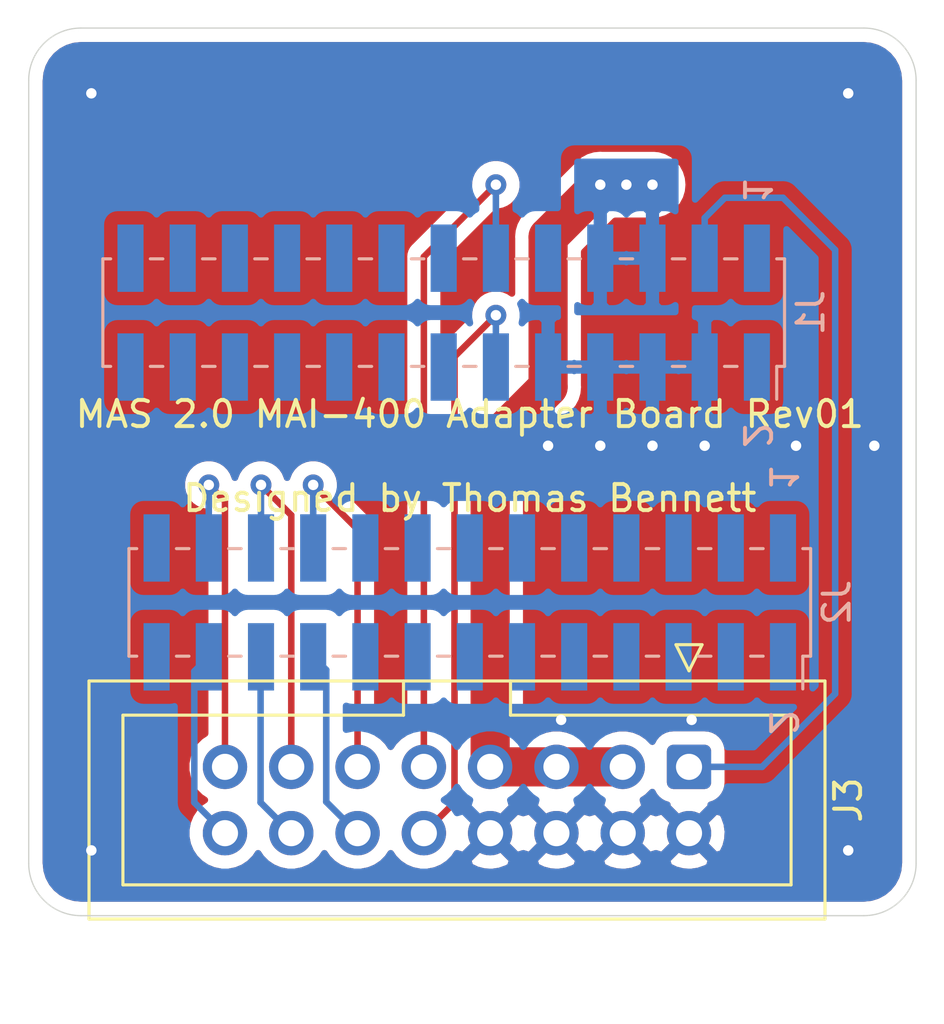
<source format=kicad_pcb>
(kicad_pcb (version 20171130) (host pcbnew "(5.1.10)-1")

  (general
    (thickness 1.6)
    (drawings 19)
    (tracks 61)
    (zones 0)
    (modules 3)
    (nets 49)
  )

  (page A4)
  (layers
    (0 F.Cu signal)
    (31 B.Cu signal)
    (32 B.Adhes user)
    (33 F.Adhes user)
    (34 B.Paste user)
    (35 F.Paste user)
    (36 B.SilkS user)
    (37 F.SilkS user)
    (38 B.Mask user)
    (39 F.Mask user)
    (40 Dwgs.User user)
    (41 Cmts.User user)
    (42 Eco1.User user)
    (43 Eco2.User user)
    (44 Edge.Cuts user)
    (45 Margin user)
    (46 B.CrtYd user)
    (47 F.CrtYd user)
    (48 B.Fab user)
    (49 F.Fab user)
  )

  (setup
    (last_trace_width 0.25)
    (user_trace_width 0.5)
    (user_trace_width 1.5)
    (trace_clearance 0.2)
    (zone_clearance 0.508)
    (zone_45_only no)
    (trace_min 0.127)
    (via_size 0.8)
    (via_drill 0.4)
    (via_min_size 0.4572)
    (via_min_drill 0.2032)
    (uvia_size 0.3)
    (uvia_drill 0.1)
    (uvias_allowed no)
    (uvia_min_size 0.2)
    (uvia_min_drill 0.1)
    (edge_width 0.05)
    (segment_width 0.2)
    (pcb_text_width 0.3)
    (pcb_text_size 1.5 1.5)
    (mod_edge_width 0.12)
    (mod_text_size 1 1)
    (mod_text_width 0.15)
    (pad_size 1.524 1.524)
    (pad_drill 0.762)
    (pad_to_mask_clearance 0)
    (aux_axis_origin 0 0)
    (visible_elements 7FFFFFFF)
    (pcbplotparams
      (layerselection 0x010fc_ffffffff)
      (usegerberextensions false)
      (usegerberattributes true)
      (usegerberadvancedattributes true)
      (creategerberjobfile true)
      (excludeedgelayer true)
      (linewidth 0.100000)
      (plotframeref false)
      (viasonmask false)
      (mode 1)
      (useauxorigin false)
      (hpglpennumber 1)
      (hpglpenspeed 20)
      (hpglpendiameter 15.000000)
      (psnegative false)
      (psa4output false)
      (plotreference true)
      (plotvalue true)
      (plotinvisibletext false)
      (padsonsilk false)
      (subtractmaskfromsilk false)
      (outputformat 1)
      (mirror false)
      (drillshape 1)
      (scaleselection 1)
      (outputdirectory ""))
  )

  (net 0 "")
  (net 1 "Net-(J1-Pad26)")
  (net 2 "Net-(J1-Pad25)")
  (net 3 "Net-(J1-Pad24)")
  (net 4 "Net-(J1-Pad23)")
  (net 5 "Net-(J1-Pad22)")
  (net 6 "Net-(J1-Pad21)")
  (net 7 "Net-(J1-Pad20)")
  (net 8 "Net-(J1-Pad19)")
  (net 9 "Net-(J1-Pad18)")
  (net 10 "Net-(J1-Pad17)")
  (net 11 "Net-(J1-Pad16)")
  (net 12 "Net-(J1-Pad15)")
  (net 13 "Net-(J1-Pad14)")
  (net 14 "Net-(J1-Pad13)")
  (net 15 /MAI_TTL_RX)
  (net 16 /MAI_TTL_TX)
  (net 17 GND)
  (net 18 +5V)
  (net 19 /MAI_3V3)
  (net 20 "Net-(J1-Pad2)")
  (net 21 "Net-(J1-Pad1)")
  (net 22 "Net-(J2-Pad26)")
  (net 23 "Net-(J2-Pad25)")
  (net 24 /MAI_MOSI)
  (net 25 /MAI_MISO)
  (net 26 /MAG_DRDY)
  (net 27 /MAI_SCK)
  (net 28 /MAG_SS)
  (net 29 /MAG_CLEAR)
  (net 30 "Net-(J2-Pad18)")
  (net 31 "Net-(J2-Pad17)")
  (net 32 "Net-(J2-Pad16)")
  (net 33 "Net-(J2-Pad15)")
  (net 34 "Net-(J2-Pad14)")
  (net 35 "Net-(J2-Pad13)")
  (net 36 "Net-(J2-Pad12)")
  (net 37 "Net-(J2-Pad11)")
  (net 38 "Net-(J2-Pad10)")
  (net 39 "Net-(J2-Pad9)")
  (net 40 "Net-(J2-Pad8)")
  (net 41 "Net-(J2-Pad7)")
  (net 42 "Net-(J2-Pad6)")
  (net 43 "Net-(J2-Pad5)")
  (net 44 "Net-(J2-Pad4)")
  (net 45 "Net-(J2-Pad3)")
  (net 46 "Net-(J2-Pad2)")
  (net 47 "Net-(J2-Pad1)")
  (net 48 "Net-(J1-Pad10)")

  (net_class Default "This is the default net class."
    (clearance 0.2)
    (trace_width 0.25)
    (via_dia 0.8)
    (via_drill 0.4)
    (uvia_dia 0.3)
    (uvia_drill 0.1)
    (add_net +5V)
    (add_net /MAG_CLEAR)
    (add_net /MAG_DRDY)
    (add_net /MAG_SS)
    (add_net /MAI_3V3)
    (add_net /MAI_MISO)
    (add_net /MAI_MOSI)
    (add_net /MAI_SCK)
    (add_net /MAI_TTL_RX)
    (add_net /MAI_TTL_TX)
    (add_net GND)
    (add_net "Net-(J1-Pad1)")
    (add_net "Net-(J1-Pad10)")
    (add_net "Net-(J1-Pad13)")
    (add_net "Net-(J1-Pad14)")
    (add_net "Net-(J1-Pad15)")
    (add_net "Net-(J1-Pad16)")
    (add_net "Net-(J1-Pad17)")
    (add_net "Net-(J1-Pad18)")
    (add_net "Net-(J1-Pad19)")
    (add_net "Net-(J1-Pad2)")
    (add_net "Net-(J1-Pad20)")
    (add_net "Net-(J1-Pad21)")
    (add_net "Net-(J1-Pad22)")
    (add_net "Net-(J1-Pad23)")
    (add_net "Net-(J1-Pad24)")
    (add_net "Net-(J1-Pad25)")
    (add_net "Net-(J1-Pad26)")
    (add_net "Net-(J2-Pad1)")
    (add_net "Net-(J2-Pad10)")
    (add_net "Net-(J2-Pad11)")
    (add_net "Net-(J2-Pad12)")
    (add_net "Net-(J2-Pad13)")
    (add_net "Net-(J2-Pad14)")
    (add_net "Net-(J2-Pad15)")
    (add_net "Net-(J2-Pad16)")
    (add_net "Net-(J2-Pad17)")
    (add_net "Net-(J2-Pad18)")
    (add_net "Net-(J2-Pad2)")
    (add_net "Net-(J2-Pad25)")
    (add_net "Net-(J2-Pad26)")
    (add_net "Net-(J2-Pad3)")
    (add_net "Net-(J2-Pad4)")
    (add_net "Net-(J2-Pad5)")
    (add_net "Net-(J2-Pad6)")
    (add_net "Net-(J2-Pad7)")
    (add_net "Net-(J2-Pad8)")
    (add_net "Net-(J2-Pad9)")
  )

  (module Connector_PinHeader_2.00mm:PinHeader_2x13_P2.00mm_Vertical_SMD (layer B.Cu) (tedit 59FED667) (tstamp 609EE292)
    (at 40 50 90)
    (descr "surface-mounted straight pin header, 2x13, 2.00mm pitch, double rows")
    (tags "Surface mounted pin header SMD 2x13 2.00mm double row")
    (path /609EE660)
    (attr smd)
    (fp_text reference J2 (at 0 14.06 270) (layer B.SilkS)
      (effects (font (size 1 1) (thickness 0.15)) (justify mirror))
    )
    (fp_text value MAI400_J2_flip (at 0 -14.06 270) (layer B.Fab)
      (effects (font (size 1 1) (thickness 0.15)) (justify mirror))
    )
    (fp_text user %R (at 0 0) (layer B.Fab)
      (effects (font (size 1 1) (thickness 0.15)) (justify mirror))
    )
    (fp_line (start 2 -13) (end -2 -13) (layer B.Fab) (width 0.1))
    (fp_line (start -1.25 13) (end 2 13) (layer B.Fab) (width 0.1))
    (fp_line (start -2 -13) (end -2 12.25) (layer B.Fab) (width 0.1))
    (fp_line (start -2 12.25) (end -1.25 13) (layer B.Fab) (width 0.1))
    (fp_line (start 2 13) (end 2 -13) (layer B.Fab) (width 0.1))
    (fp_line (start -2 12.25) (end -2.875 12.25) (layer B.Fab) (width 0.1))
    (fp_line (start -2.875 12.25) (end -2.875 11.75) (layer B.Fab) (width 0.1))
    (fp_line (start -2.875 11.75) (end -2 11.75) (layer B.Fab) (width 0.1))
    (fp_line (start 2 12.25) (end 2.875 12.25) (layer B.Fab) (width 0.1))
    (fp_line (start 2.875 12.25) (end 2.875 11.75) (layer B.Fab) (width 0.1))
    (fp_line (start 2.875 11.75) (end 2 11.75) (layer B.Fab) (width 0.1))
    (fp_line (start -2 10.25) (end -2.875 10.25) (layer B.Fab) (width 0.1))
    (fp_line (start -2.875 10.25) (end -2.875 9.75) (layer B.Fab) (width 0.1))
    (fp_line (start -2.875 9.75) (end -2 9.75) (layer B.Fab) (width 0.1))
    (fp_line (start 2 10.25) (end 2.875 10.25) (layer B.Fab) (width 0.1))
    (fp_line (start 2.875 10.25) (end 2.875 9.75) (layer B.Fab) (width 0.1))
    (fp_line (start 2.875 9.75) (end 2 9.75) (layer B.Fab) (width 0.1))
    (fp_line (start -2 8.25) (end -2.875 8.25) (layer B.Fab) (width 0.1))
    (fp_line (start -2.875 8.25) (end -2.875 7.75) (layer B.Fab) (width 0.1))
    (fp_line (start -2.875 7.75) (end -2 7.75) (layer B.Fab) (width 0.1))
    (fp_line (start 2 8.25) (end 2.875 8.25) (layer B.Fab) (width 0.1))
    (fp_line (start 2.875 8.25) (end 2.875 7.75) (layer B.Fab) (width 0.1))
    (fp_line (start 2.875 7.75) (end 2 7.75) (layer B.Fab) (width 0.1))
    (fp_line (start -2 6.25) (end -2.875 6.25) (layer B.Fab) (width 0.1))
    (fp_line (start -2.875 6.25) (end -2.875 5.75) (layer B.Fab) (width 0.1))
    (fp_line (start -2.875 5.75) (end -2 5.75) (layer B.Fab) (width 0.1))
    (fp_line (start 2 6.25) (end 2.875 6.25) (layer B.Fab) (width 0.1))
    (fp_line (start 2.875 6.25) (end 2.875 5.75) (layer B.Fab) (width 0.1))
    (fp_line (start 2.875 5.75) (end 2 5.75) (layer B.Fab) (width 0.1))
    (fp_line (start -2 4.25) (end -2.875 4.25) (layer B.Fab) (width 0.1))
    (fp_line (start -2.875 4.25) (end -2.875 3.75) (layer B.Fab) (width 0.1))
    (fp_line (start -2.875 3.75) (end -2 3.75) (layer B.Fab) (width 0.1))
    (fp_line (start 2 4.25) (end 2.875 4.25) (layer B.Fab) (width 0.1))
    (fp_line (start 2.875 4.25) (end 2.875 3.75) (layer B.Fab) (width 0.1))
    (fp_line (start 2.875 3.75) (end 2 3.75) (layer B.Fab) (width 0.1))
    (fp_line (start -2 2.25) (end -2.875 2.25) (layer B.Fab) (width 0.1))
    (fp_line (start -2.875 2.25) (end -2.875 1.75) (layer B.Fab) (width 0.1))
    (fp_line (start -2.875 1.75) (end -2 1.75) (layer B.Fab) (width 0.1))
    (fp_line (start 2 2.25) (end 2.875 2.25) (layer B.Fab) (width 0.1))
    (fp_line (start 2.875 2.25) (end 2.875 1.75) (layer B.Fab) (width 0.1))
    (fp_line (start 2.875 1.75) (end 2 1.75) (layer B.Fab) (width 0.1))
    (fp_line (start -2 0.25) (end -2.875 0.25) (layer B.Fab) (width 0.1))
    (fp_line (start -2.875 0.25) (end -2.875 -0.25) (layer B.Fab) (width 0.1))
    (fp_line (start -2.875 -0.25) (end -2 -0.25) (layer B.Fab) (width 0.1))
    (fp_line (start 2 0.25) (end 2.875 0.25) (layer B.Fab) (width 0.1))
    (fp_line (start 2.875 0.25) (end 2.875 -0.25) (layer B.Fab) (width 0.1))
    (fp_line (start 2.875 -0.25) (end 2 -0.25) (layer B.Fab) (width 0.1))
    (fp_line (start -2 -1.75) (end -2.875 -1.75) (layer B.Fab) (width 0.1))
    (fp_line (start -2.875 -1.75) (end -2.875 -2.25) (layer B.Fab) (width 0.1))
    (fp_line (start -2.875 -2.25) (end -2 -2.25) (layer B.Fab) (width 0.1))
    (fp_line (start 2 -1.75) (end 2.875 -1.75) (layer B.Fab) (width 0.1))
    (fp_line (start 2.875 -1.75) (end 2.875 -2.25) (layer B.Fab) (width 0.1))
    (fp_line (start 2.875 -2.25) (end 2 -2.25) (layer B.Fab) (width 0.1))
    (fp_line (start -2 -3.75) (end -2.875 -3.75) (layer B.Fab) (width 0.1))
    (fp_line (start -2.875 -3.75) (end -2.875 -4.25) (layer B.Fab) (width 0.1))
    (fp_line (start -2.875 -4.25) (end -2 -4.25) (layer B.Fab) (width 0.1))
    (fp_line (start 2 -3.75) (end 2.875 -3.75) (layer B.Fab) (width 0.1))
    (fp_line (start 2.875 -3.75) (end 2.875 -4.25) (layer B.Fab) (width 0.1))
    (fp_line (start 2.875 -4.25) (end 2 -4.25) (layer B.Fab) (width 0.1))
    (fp_line (start -2 -5.75) (end -2.875 -5.75) (layer B.Fab) (width 0.1))
    (fp_line (start -2.875 -5.75) (end -2.875 -6.25) (layer B.Fab) (width 0.1))
    (fp_line (start -2.875 -6.25) (end -2 -6.25) (layer B.Fab) (width 0.1))
    (fp_line (start 2 -5.75) (end 2.875 -5.75) (layer B.Fab) (width 0.1))
    (fp_line (start 2.875 -5.75) (end 2.875 -6.25) (layer B.Fab) (width 0.1))
    (fp_line (start 2.875 -6.25) (end 2 -6.25) (layer B.Fab) (width 0.1))
    (fp_line (start -2 -7.75) (end -2.875 -7.75) (layer B.Fab) (width 0.1))
    (fp_line (start -2.875 -7.75) (end -2.875 -8.25) (layer B.Fab) (width 0.1))
    (fp_line (start -2.875 -8.25) (end -2 -8.25) (layer B.Fab) (width 0.1))
    (fp_line (start 2 -7.75) (end 2.875 -7.75) (layer B.Fab) (width 0.1))
    (fp_line (start 2.875 -7.75) (end 2.875 -8.25) (layer B.Fab) (width 0.1))
    (fp_line (start 2.875 -8.25) (end 2 -8.25) (layer B.Fab) (width 0.1))
    (fp_line (start -2 -9.75) (end -2.875 -9.75) (layer B.Fab) (width 0.1))
    (fp_line (start -2.875 -9.75) (end -2.875 -10.25) (layer B.Fab) (width 0.1))
    (fp_line (start -2.875 -10.25) (end -2 -10.25) (layer B.Fab) (width 0.1))
    (fp_line (start 2 -9.75) (end 2.875 -9.75) (layer B.Fab) (width 0.1))
    (fp_line (start 2.875 -9.75) (end 2.875 -10.25) (layer B.Fab) (width 0.1))
    (fp_line (start 2.875 -10.25) (end 2 -10.25) (layer B.Fab) (width 0.1))
    (fp_line (start -2 -11.75) (end -2.875 -11.75) (layer B.Fab) (width 0.1))
    (fp_line (start -2.875 -11.75) (end -2.875 -12.25) (layer B.Fab) (width 0.1))
    (fp_line (start -2.875 -12.25) (end -2 -12.25) (layer B.Fab) (width 0.1))
    (fp_line (start 2 -11.75) (end 2.875 -11.75) (layer B.Fab) (width 0.1))
    (fp_line (start 2.875 -11.75) (end 2.875 -12.25) (layer B.Fab) (width 0.1))
    (fp_line (start 2.875 -12.25) (end 2 -12.25) (layer B.Fab) (width 0.1))
    (fp_line (start -2.06 13.06) (end 2.06 13.06) (layer B.SilkS) (width 0.12))
    (fp_line (start -2.06 -13.06) (end 2.06 -13.06) (layer B.SilkS) (width 0.12))
    (fp_line (start -3.315 12.76) (end -2.06 12.76) (layer B.SilkS) (width 0.12))
    (fp_line (start -2.06 13.06) (end -2.06 12.76) (layer B.SilkS) (width 0.12))
    (fp_line (start 2.06 13.06) (end 2.06 12.76) (layer B.SilkS) (width 0.12))
    (fp_line (start -2.06 -12.76) (end -2.06 -13.06) (layer B.SilkS) (width 0.12))
    (fp_line (start 2.06 -12.76) (end 2.06 -13.06) (layer B.SilkS) (width 0.12))
    (fp_line (start -2.06 11.24) (end -2.06 10.76) (layer B.SilkS) (width 0.12))
    (fp_line (start 2.06 11.24) (end 2.06 10.76) (layer B.SilkS) (width 0.12))
    (fp_line (start -2.06 9.24) (end -2.06 8.76) (layer B.SilkS) (width 0.12))
    (fp_line (start 2.06 9.24) (end 2.06 8.76) (layer B.SilkS) (width 0.12))
    (fp_line (start -2.06 7.24) (end -2.06 6.76) (layer B.SilkS) (width 0.12))
    (fp_line (start 2.06 7.24) (end 2.06 6.76) (layer B.SilkS) (width 0.12))
    (fp_line (start -2.06 5.24) (end -2.06 4.76) (layer B.SilkS) (width 0.12))
    (fp_line (start 2.06 5.24) (end 2.06 4.76) (layer B.SilkS) (width 0.12))
    (fp_line (start -2.06 3.24) (end -2.06 2.76) (layer B.SilkS) (width 0.12))
    (fp_line (start 2.06 3.24) (end 2.06 2.76) (layer B.SilkS) (width 0.12))
    (fp_line (start -2.06 1.24) (end -2.06 0.76) (layer B.SilkS) (width 0.12))
    (fp_line (start 2.06 1.24) (end 2.06 0.76) (layer B.SilkS) (width 0.12))
    (fp_line (start -2.06 -0.76) (end -2.06 -1.24) (layer B.SilkS) (width 0.12))
    (fp_line (start 2.06 -0.76) (end 2.06 -1.24) (layer B.SilkS) (width 0.12))
    (fp_line (start -2.06 -2.76) (end -2.06 -3.24) (layer B.SilkS) (width 0.12))
    (fp_line (start 2.06 -2.76) (end 2.06 -3.24) (layer B.SilkS) (width 0.12))
    (fp_line (start -2.06 -4.76) (end -2.06 -5.24) (layer B.SilkS) (width 0.12))
    (fp_line (start 2.06 -4.76) (end 2.06 -5.24) (layer B.SilkS) (width 0.12))
    (fp_line (start -2.06 -6.76) (end -2.06 -7.24) (layer B.SilkS) (width 0.12))
    (fp_line (start 2.06 -6.76) (end 2.06 -7.24) (layer B.SilkS) (width 0.12))
    (fp_line (start -2.06 -8.76) (end -2.06 -9.24) (layer B.SilkS) (width 0.12))
    (fp_line (start 2.06 -8.76) (end 2.06 -9.24) (layer B.SilkS) (width 0.12))
    (fp_line (start -2.06 -10.76) (end -2.06 -11.24) (layer B.SilkS) (width 0.12))
    (fp_line (start 2.06 -10.76) (end 2.06 -11.24) (layer B.SilkS) (width 0.12))
    (fp_line (start -4.9 13.5) (end -4.9 -13.5) (layer B.CrtYd) (width 0.05))
    (fp_line (start -4.9 -13.5) (end 4.9 -13.5) (layer B.CrtYd) (width 0.05))
    (fp_line (start 4.9 -13.5) (end 4.9 13.5) (layer B.CrtYd) (width 0.05))
    (fp_line (start 4.9 13.5) (end -4.9 13.5) (layer B.CrtYd) (width 0.05))
    (pad 26 smd rect (at 2.085 -12 90) (size 2.58 1) (layers B.Cu B.Paste B.Mask)
      (net 22 "Net-(J2-Pad26)"))
    (pad 25 smd rect (at -2.085 -12 90) (size 2.58 1) (layers B.Cu B.Paste B.Mask)
      (net 23 "Net-(J2-Pad25)"))
    (pad 24 smd rect (at 2.085 -10 90) (size 2.58 1) (layers B.Cu B.Paste B.Mask)
      (net 25 /MAI_MISO))
    (pad 23 smd rect (at -2.085 -10 90) (size 2.58 1) (layers B.Cu B.Paste B.Mask)
      (net 24 /MAI_MOSI))
    (pad 22 smd rect (at 2.085 -8 90) (size 2.58 1) (layers B.Cu B.Paste B.Mask)
      (net 27 /MAI_SCK))
    (pad 21 smd rect (at -2.085 -8 90) (size 2.58 1) (layers B.Cu B.Paste B.Mask)
      (net 26 /MAG_DRDY))
    (pad 20 smd rect (at 2.085 -6 90) (size 2.58 1) (layers B.Cu B.Paste B.Mask)
      (net 29 /MAG_CLEAR))
    (pad 19 smd rect (at -2.085 -6 90) (size 2.58 1) (layers B.Cu B.Paste B.Mask)
      (net 28 /MAG_SS))
    (pad 18 smd rect (at 2.085 -4 90) (size 2.58 1) (layers B.Cu B.Paste B.Mask)
      (net 30 "Net-(J2-Pad18)"))
    (pad 17 smd rect (at -2.085 -4 90) (size 2.58 1) (layers B.Cu B.Paste B.Mask)
      (net 31 "Net-(J2-Pad17)"))
    (pad 16 smd rect (at 2.085 -2 90) (size 2.58 1) (layers B.Cu B.Paste B.Mask)
      (net 32 "Net-(J2-Pad16)"))
    (pad 15 smd rect (at -2.085 -2 90) (size 2.58 1) (layers B.Cu B.Paste B.Mask)
      (net 33 "Net-(J2-Pad15)"))
    (pad 14 smd rect (at 2.085 0 90) (size 2.58 1) (layers B.Cu B.Paste B.Mask)
      (net 34 "Net-(J2-Pad14)"))
    (pad 13 smd rect (at -2.085 0 90) (size 2.58 1) (layers B.Cu B.Paste B.Mask)
      (net 35 "Net-(J2-Pad13)"))
    (pad 12 smd rect (at 2.085 2 90) (size 2.58 1) (layers B.Cu B.Paste B.Mask)
      (net 36 "Net-(J2-Pad12)"))
    (pad 11 smd rect (at -2.085 2 90) (size 2.58 1) (layers B.Cu B.Paste B.Mask)
      (net 37 "Net-(J2-Pad11)"))
    (pad 10 smd rect (at 2.085 4 90) (size 2.58 1) (layers B.Cu B.Paste B.Mask)
      (net 38 "Net-(J2-Pad10)"))
    (pad 9 smd rect (at -2.085 4 90) (size 2.58 1) (layers B.Cu B.Paste B.Mask)
      (net 39 "Net-(J2-Pad9)"))
    (pad 8 smd rect (at 2.085 6 90) (size 2.58 1) (layers B.Cu B.Paste B.Mask)
      (net 40 "Net-(J2-Pad8)"))
    (pad 7 smd rect (at -2.085 6 90) (size 2.58 1) (layers B.Cu B.Paste B.Mask)
      (net 41 "Net-(J2-Pad7)"))
    (pad 6 smd rect (at 2.085 8 90) (size 2.58 1) (layers B.Cu B.Paste B.Mask)
      (net 42 "Net-(J2-Pad6)"))
    (pad 5 smd rect (at -2.085 8 90) (size 2.58 1) (layers B.Cu B.Paste B.Mask)
      (net 43 "Net-(J2-Pad5)"))
    (pad 4 smd rect (at 2.085 10 90) (size 2.58 1) (layers B.Cu B.Paste B.Mask)
      (net 44 "Net-(J2-Pad4)"))
    (pad 3 smd rect (at -2.085 10 90) (size 2.58 1) (layers B.Cu B.Paste B.Mask)
      (net 45 "Net-(J2-Pad3)"))
    (pad 2 smd rect (at 2.085 12 90) (size 2.58 1) (layers B.Cu B.Paste B.Mask)
      (net 46 "Net-(J2-Pad2)"))
    (pad 1 smd rect (at -2.085 12 90) (size 2.58 1) (layers B.Cu B.Paste B.Mask)
      (net 47 "Net-(J2-Pad1)"))
    (model ${KISYS3DMOD}/Connector_PinHeader_2.00mm.3dshapes/PinHeader_2x13_P2.00mm_Vertical_SMD.wrl
      (at (xyz 0 0 0))
      (scale (xyz 1 1 1))
      (rotate (xyz 0 0 0))
    )
  )

  (module Connector_PinHeader_2.00mm:PinHeader_2x13_P2.00mm_Vertical_SMD (layer B.Cu) (tedit 59FED667) (tstamp 609EE0D6)
    (at 39 38.9 90)
    (descr "surface-mounted straight pin header, 2x13, 2.00mm pitch, double rows")
    (tags "Surface mounted pin header SMD 2x13 2.00mm double row")
    (path /609ED76B)
    (attr smd)
    (fp_text reference J1 (at 0 14.06 270) (layer B.SilkS)
      (effects (font (size 1 1) (thickness 0.15)) (justify mirror))
    )
    (fp_text value MAI400_J1_flip (at 0 -14.06 270) (layer B.Fab)
      (effects (font (size 1 1) (thickness 0.15)) (justify mirror))
    )
    (fp_text user %R (at 0 0) (layer B.Fab)
      (effects (font (size 1 1) (thickness 0.15)) (justify mirror))
    )
    (fp_line (start 2 -13) (end -2 -13) (layer B.Fab) (width 0.1))
    (fp_line (start -1.25 13) (end 2 13) (layer B.Fab) (width 0.1))
    (fp_line (start -2 -13) (end -2 12.25) (layer B.Fab) (width 0.1))
    (fp_line (start -2 12.25) (end -1.25 13) (layer B.Fab) (width 0.1))
    (fp_line (start 2 13) (end 2 -13) (layer B.Fab) (width 0.1))
    (fp_line (start -2 12.25) (end -2.875 12.25) (layer B.Fab) (width 0.1))
    (fp_line (start -2.875 12.25) (end -2.875 11.75) (layer B.Fab) (width 0.1))
    (fp_line (start -2.875 11.75) (end -2 11.75) (layer B.Fab) (width 0.1))
    (fp_line (start 2 12.25) (end 2.875 12.25) (layer B.Fab) (width 0.1))
    (fp_line (start 2.875 12.25) (end 2.875 11.75) (layer B.Fab) (width 0.1))
    (fp_line (start 2.875 11.75) (end 2 11.75) (layer B.Fab) (width 0.1))
    (fp_line (start -2 10.25) (end -2.875 10.25) (layer B.Fab) (width 0.1))
    (fp_line (start -2.875 10.25) (end -2.875 9.75) (layer B.Fab) (width 0.1))
    (fp_line (start -2.875 9.75) (end -2 9.75) (layer B.Fab) (width 0.1))
    (fp_line (start 2 10.25) (end 2.875 10.25) (layer B.Fab) (width 0.1))
    (fp_line (start 2.875 10.25) (end 2.875 9.75) (layer B.Fab) (width 0.1))
    (fp_line (start 2.875 9.75) (end 2 9.75) (layer B.Fab) (width 0.1))
    (fp_line (start -2 8.25) (end -2.875 8.25) (layer B.Fab) (width 0.1))
    (fp_line (start -2.875 8.25) (end -2.875 7.75) (layer B.Fab) (width 0.1))
    (fp_line (start -2.875 7.75) (end -2 7.75) (layer B.Fab) (width 0.1))
    (fp_line (start 2 8.25) (end 2.875 8.25) (layer B.Fab) (width 0.1))
    (fp_line (start 2.875 8.25) (end 2.875 7.75) (layer B.Fab) (width 0.1))
    (fp_line (start 2.875 7.75) (end 2 7.75) (layer B.Fab) (width 0.1))
    (fp_line (start -2 6.25) (end -2.875 6.25) (layer B.Fab) (width 0.1))
    (fp_line (start -2.875 6.25) (end -2.875 5.75) (layer B.Fab) (width 0.1))
    (fp_line (start -2.875 5.75) (end -2 5.75) (layer B.Fab) (width 0.1))
    (fp_line (start 2 6.25) (end 2.875 6.25) (layer B.Fab) (width 0.1))
    (fp_line (start 2.875 6.25) (end 2.875 5.75) (layer B.Fab) (width 0.1))
    (fp_line (start 2.875 5.75) (end 2 5.75) (layer B.Fab) (width 0.1))
    (fp_line (start -2 4.25) (end -2.875 4.25) (layer B.Fab) (width 0.1))
    (fp_line (start -2.875 4.25) (end -2.875 3.75) (layer B.Fab) (width 0.1))
    (fp_line (start -2.875 3.75) (end -2 3.75) (layer B.Fab) (width 0.1))
    (fp_line (start 2 4.25) (end 2.875 4.25) (layer B.Fab) (width 0.1))
    (fp_line (start 2.875 4.25) (end 2.875 3.75) (layer B.Fab) (width 0.1))
    (fp_line (start 2.875 3.75) (end 2 3.75) (layer B.Fab) (width 0.1))
    (fp_line (start -2 2.25) (end -2.875 2.25) (layer B.Fab) (width 0.1))
    (fp_line (start -2.875 2.25) (end -2.875 1.75) (layer B.Fab) (width 0.1))
    (fp_line (start -2.875 1.75) (end -2 1.75) (layer B.Fab) (width 0.1))
    (fp_line (start 2 2.25) (end 2.875 2.25) (layer B.Fab) (width 0.1))
    (fp_line (start 2.875 2.25) (end 2.875 1.75) (layer B.Fab) (width 0.1))
    (fp_line (start 2.875 1.75) (end 2 1.75) (layer B.Fab) (width 0.1))
    (fp_line (start -2 0.25) (end -2.875 0.25) (layer B.Fab) (width 0.1))
    (fp_line (start -2.875 0.25) (end -2.875 -0.25) (layer B.Fab) (width 0.1))
    (fp_line (start -2.875 -0.25) (end -2 -0.25) (layer B.Fab) (width 0.1))
    (fp_line (start 2 0.25) (end 2.875 0.25) (layer B.Fab) (width 0.1))
    (fp_line (start 2.875 0.25) (end 2.875 -0.25) (layer B.Fab) (width 0.1))
    (fp_line (start 2.875 -0.25) (end 2 -0.25) (layer B.Fab) (width 0.1))
    (fp_line (start -2 -1.75) (end -2.875 -1.75) (layer B.Fab) (width 0.1))
    (fp_line (start -2.875 -1.75) (end -2.875 -2.25) (layer B.Fab) (width 0.1))
    (fp_line (start -2.875 -2.25) (end -2 -2.25) (layer B.Fab) (width 0.1))
    (fp_line (start 2 -1.75) (end 2.875 -1.75) (layer B.Fab) (width 0.1))
    (fp_line (start 2.875 -1.75) (end 2.875 -2.25) (layer B.Fab) (width 0.1))
    (fp_line (start 2.875 -2.25) (end 2 -2.25) (layer B.Fab) (width 0.1))
    (fp_line (start -2 -3.75) (end -2.875 -3.75) (layer B.Fab) (width 0.1))
    (fp_line (start -2.875 -3.75) (end -2.875 -4.25) (layer B.Fab) (width 0.1))
    (fp_line (start -2.875 -4.25) (end -2 -4.25) (layer B.Fab) (width 0.1))
    (fp_line (start 2 -3.75) (end 2.875 -3.75) (layer B.Fab) (width 0.1))
    (fp_line (start 2.875 -3.75) (end 2.875 -4.25) (layer B.Fab) (width 0.1))
    (fp_line (start 2.875 -4.25) (end 2 -4.25) (layer B.Fab) (width 0.1))
    (fp_line (start -2 -5.75) (end -2.875 -5.75) (layer B.Fab) (width 0.1))
    (fp_line (start -2.875 -5.75) (end -2.875 -6.25) (layer B.Fab) (width 0.1))
    (fp_line (start -2.875 -6.25) (end -2 -6.25) (layer B.Fab) (width 0.1))
    (fp_line (start 2 -5.75) (end 2.875 -5.75) (layer B.Fab) (width 0.1))
    (fp_line (start 2.875 -5.75) (end 2.875 -6.25) (layer B.Fab) (width 0.1))
    (fp_line (start 2.875 -6.25) (end 2 -6.25) (layer B.Fab) (width 0.1))
    (fp_line (start -2 -7.75) (end -2.875 -7.75) (layer B.Fab) (width 0.1))
    (fp_line (start -2.875 -7.75) (end -2.875 -8.25) (layer B.Fab) (width 0.1))
    (fp_line (start -2.875 -8.25) (end -2 -8.25) (layer B.Fab) (width 0.1))
    (fp_line (start 2 -7.75) (end 2.875 -7.75) (layer B.Fab) (width 0.1))
    (fp_line (start 2.875 -7.75) (end 2.875 -8.25) (layer B.Fab) (width 0.1))
    (fp_line (start 2.875 -8.25) (end 2 -8.25) (layer B.Fab) (width 0.1))
    (fp_line (start -2 -9.75) (end -2.875 -9.75) (layer B.Fab) (width 0.1))
    (fp_line (start -2.875 -9.75) (end -2.875 -10.25) (layer B.Fab) (width 0.1))
    (fp_line (start -2.875 -10.25) (end -2 -10.25) (layer B.Fab) (width 0.1))
    (fp_line (start 2 -9.75) (end 2.875 -9.75) (layer B.Fab) (width 0.1))
    (fp_line (start 2.875 -9.75) (end 2.875 -10.25) (layer B.Fab) (width 0.1))
    (fp_line (start 2.875 -10.25) (end 2 -10.25) (layer B.Fab) (width 0.1))
    (fp_line (start -2 -11.75) (end -2.875 -11.75) (layer B.Fab) (width 0.1))
    (fp_line (start -2.875 -11.75) (end -2.875 -12.25) (layer B.Fab) (width 0.1))
    (fp_line (start -2.875 -12.25) (end -2 -12.25) (layer B.Fab) (width 0.1))
    (fp_line (start 2 -11.75) (end 2.875 -11.75) (layer B.Fab) (width 0.1))
    (fp_line (start 2.875 -11.75) (end 2.875 -12.25) (layer B.Fab) (width 0.1))
    (fp_line (start 2.875 -12.25) (end 2 -12.25) (layer B.Fab) (width 0.1))
    (fp_line (start -2.06 13.06) (end 2.06 13.06) (layer B.SilkS) (width 0.12))
    (fp_line (start -2.06 -13.06) (end 2.06 -13.06) (layer B.SilkS) (width 0.12))
    (fp_line (start -3.315 12.76) (end -2.06 12.76) (layer B.SilkS) (width 0.12))
    (fp_line (start -2.06 13.06) (end -2.06 12.76) (layer B.SilkS) (width 0.12))
    (fp_line (start 2.06 13.06) (end 2.06 12.76) (layer B.SilkS) (width 0.12))
    (fp_line (start -2.06 -12.76) (end -2.06 -13.06) (layer B.SilkS) (width 0.12))
    (fp_line (start 2.06 -12.76) (end 2.06 -13.06) (layer B.SilkS) (width 0.12))
    (fp_line (start -2.06 11.24) (end -2.06 10.76) (layer B.SilkS) (width 0.12))
    (fp_line (start 2.06 11.24) (end 2.06 10.76) (layer B.SilkS) (width 0.12))
    (fp_line (start -2.06 9.24) (end -2.06 8.76) (layer B.SilkS) (width 0.12))
    (fp_line (start 2.06 9.24) (end 2.06 8.76) (layer B.SilkS) (width 0.12))
    (fp_line (start -2.06 7.24) (end -2.06 6.76) (layer B.SilkS) (width 0.12))
    (fp_line (start 2.06 7.24) (end 2.06 6.76) (layer B.SilkS) (width 0.12))
    (fp_line (start -2.06 5.24) (end -2.06 4.76) (layer B.SilkS) (width 0.12))
    (fp_line (start 2.06 5.24) (end 2.06 4.76) (layer B.SilkS) (width 0.12))
    (fp_line (start -2.06 3.24) (end -2.06 2.76) (layer B.SilkS) (width 0.12))
    (fp_line (start 2.06 3.24) (end 2.06 2.76) (layer B.SilkS) (width 0.12))
    (fp_line (start -2.06 1.24) (end -2.06 0.76) (layer B.SilkS) (width 0.12))
    (fp_line (start 2.06 1.24) (end 2.06 0.76) (layer B.SilkS) (width 0.12))
    (fp_line (start -2.06 -0.76) (end -2.06 -1.24) (layer B.SilkS) (width 0.12))
    (fp_line (start 2.06 -0.76) (end 2.06 -1.24) (layer B.SilkS) (width 0.12))
    (fp_line (start -2.06 -2.76) (end -2.06 -3.24) (layer B.SilkS) (width 0.12))
    (fp_line (start 2.06 -2.76) (end 2.06 -3.24) (layer B.SilkS) (width 0.12))
    (fp_line (start -2.06 -4.76) (end -2.06 -5.24) (layer B.SilkS) (width 0.12))
    (fp_line (start 2.06 -4.76) (end 2.06 -5.24) (layer B.SilkS) (width 0.12))
    (fp_line (start -2.06 -6.76) (end -2.06 -7.24) (layer B.SilkS) (width 0.12))
    (fp_line (start 2.06 -6.76) (end 2.06 -7.24) (layer B.SilkS) (width 0.12))
    (fp_line (start -2.06 -8.76) (end -2.06 -9.24) (layer B.SilkS) (width 0.12))
    (fp_line (start 2.06 -8.76) (end 2.06 -9.24) (layer B.SilkS) (width 0.12))
    (fp_line (start -2.06 -10.76) (end -2.06 -11.24) (layer B.SilkS) (width 0.12))
    (fp_line (start 2.06 -10.76) (end 2.06 -11.24) (layer B.SilkS) (width 0.12))
    (fp_line (start -4.9 13.5) (end -4.9 -13.5) (layer B.CrtYd) (width 0.05))
    (fp_line (start -4.9 -13.5) (end 4.9 -13.5) (layer B.CrtYd) (width 0.05))
    (fp_line (start 4.9 -13.5) (end 4.9 13.5) (layer B.CrtYd) (width 0.05))
    (fp_line (start 4.9 13.5) (end -4.9 13.5) (layer B.CrtYd) (width 0.05))
    (pad 26 smd rect (at 2.085 -12 90) (size 2.58 1) (layers B.Cu B.Paste B.Mask)
      (net 1 "Net-(J1-Pad26)"))
    (pad 25 smd rect (at -2.085 -12 90) (size 2.58 1) (layers B.Cu B.Paste B.Mask)
      (net 2 "Net-(J1-Pad25)"))
    (pad 24 smd rect (at 2.085 -10 90) (size 2.58 1) (layers B.Cu B.Paste B.Mask)
      (net 3 "Net-(J1-Pad24)"))
    (pad 23 smd rect (at -2.085 -10 90) (size 2.58 1) (layers B.Cu B.Paste B.Mask)
      (net 4 "Net-(J1-Pad23)"))
    (pad 22 smd rect (at 2.085 -8 90) (size 2.58 1) (layers B.Cu B.Paste B.Mask)
      (net 5 "Net-(J1-Pad22)"))
    (pad 21 smd rect (at -2.085 -8 90) (size 2.58 1) (layers B.Cu B.Paste B.Mask)
      (net 6 "Net-(J1-Pad21)"))
    (pad 20 smd rect (at 2.085 -6 90) (size 2.58 1) (layers B.Cu B.Paste B.Mask)
      (net 7 "Net-(J1-Pad20)"))
    (pad 19 smd rect (at -2.085 -6 90) (size 2.58 1) (layers B.Cu B.Paste B.Mask)
      (net 8 "Net-(J1-Pad19)"))
    (pad 18 smd rect (at 2.085 -4 90) (size 2.58 1) (layers B.Cu B.Paste B.Mask)
      (net 9 "Net-(J1-Pad18)"))
    (pad 17 smd rect (at -2.085 -4 90) (size 2.58 1) (layers B.Cu B.Paste B.Mask)
      (net 10 "Net-(J1-Pad17)"))
    (pad 16 smd rect (at 2.085 -2 90) (size 2.58 1) (layers B.Cu B.Paste B.Mask)
      (net 11 "Net-(J1-Pad16)"))
    (pad 15 smd rect (at -2.085 -2 90) (size 2.58 1) (layers B.Cu B.Paste B.Mask)
      (net 12 "Net-(J1-Pad15)"))
    (pad 14 smd rect (at 2.085 0 90) (size 2.58 1) (layers B.Cu B.Paste B.Mask)
      (net 13 "Net-(J1-Pad14)"))
    (pad 13 smd rect (at -2.085 0 90) (size 2.58 1) (layers B.Cu B.Paste B.Mask)
      (net 14 "Net-(J1-Pad13)"))
    (pad 12 smd rect (at 2.085 2 90) (size 2.58 1) (layers B.Cu B.Paste B.Mask)
      (net 16 /MAI_TTL_TX))
    (pad 11 smd rect (at -2.085 2 90) (size 2.58 1) (layers B.Cu B.Paste B.Mask)
      (net 15 /MAI_TTL_RX))
    (pad 10 smd rect (at 2.085 4 90) (size 2.58 1) (layers B.Cu B.Paste B.Mask)
      (net 48 "Net-(J1-Pad10)"))
    (pad 9 smd rect (at -2.085 4 90) (size 2.58 1) (layers B.Cu B.Paste B.Mask)
      (net 17 GND))
    (pad 8 smd rect (at 2.085 6 90) (size 2.58 1) (layers B.Cu B.Paste B.Mask)
      (net 18 +5V))
    (pad 7 smd rect (at -2.085 6 90) (size 2.58 1) (layers B.Cu B.Paste B.Mask)
      (net 17 GND))
    (pad 6 smd rect (at 2.085 8 90) (size 2.58 1) (layers B.Cu B.Paste B.Mask)
      (net 18 +5V))
    (pad 5 smd rect (at -2.085 8 90) (size 2.58 1) (layers B.Cu B.Paste B.Mask)
      (net 17 GND))
    (pad 4 smd rect (at 2.085 10 90) (size 2.58 1) (layers B.Cu B.Paste B.Mask)
      (net 19 /MAI_3V3))
    (pad 3 smd rect (at -2.085 10 90) (size 2.58 1) (layers B.Cu B.Paste B.Mask)
      (net 17 GND))
    (pad 2 smd rect (at 2.085 12 90) (size 2.58 1) (layers B.Cu B.Paste B.Mask)
      (net 20 "Net-(J1-Pad2)"))
    (pad 1 smd rect (at -2.085 12 90) (size 2.58 1) (layers B.Cu B.Paste B.Mask)
      (net 21 "Net-(J1-Pad1)"))
    (model ${KISYS3DMOD}/Connector_PinHeader_2.00mm.3dshapes/PinHeader_2x13_P2.00mm_Vertical_SMD.wrl
      (at (xyz 0 0 0))
      (scale (xyz 1 1 1))
      (rotate (xyz 0 0 0))
    )
  )

  (module Connector_IDC:IDC-Header_2x08_P2.54mm_Vertical (layer F.Cu) (tedit 5EAC9A07) (tstamp 609EBA7B)
    (at 48.4 56.3 270)
    (descr "Through hole IDC box header, 2x08, 2.54mm pitch, DIN 41651 / IEC 60603-13, double rows, https://docs.google.com/spreadsheets/d/16SsEcesNF15N3Lb4niX7dcUr-NY5_MFPQhobNuNppn4/edit#gid=0")
    (tags "Through hole vertical IDC box header THT 2x08 2.54mm double row")
    (path /609EEF3B)
    (fp_text reference J3 (at 1.27 -6.1 90) (layer F.SilkS)
      (effects (font (size 1 1) (thickness 0.15)))
    )
    (fp_text value Conn_02x08_Odd_Even (at 1.27 23.88 90) (layer F.Fab)
      (effects (font (size 1 1) (thickness 0.15)))
    )
    (fp_line (start -3.18 -4.1) (end -2.18 -5.1) (layer F.Fab) (width 0.1))
    (fp_line (start -2.18 -5.1) (end 5.72 -5.1) (layer F.Fab) (width 0.1))
    (fp_line (start 5.72 -5.1) (end 5.72 22.88) (layer F.Fab) (width 0.1))
    (fp_line (start 5.72 22.88) (end -3.18 22.88) (layer F.Fab) (width 0.1))
    (fp_line (start -3.18 22.88) (end -3.18 -4.1) (layer F.Fab) (width 0.1))
    (fp_line (start -3.18 6.84) (end -1.98 6.84) (layer F.Fab) (width 0.1))
    (fp_line (start -1.98 6.84) (end -1.98 -3.91) (layer F.Fab) (width 0.1))
    (fp_line (start -1.98 -3.91) (end 4.52 -3.91) (layer F.Fab) (width 0.1))
    (fp_line (start 4.52 -3.91) (end 4.52 21.69) (layer F.Fab) (width 0.1))
    (fp_line (start 4.52 21.69) (end -1.98 21.69) (layer F.Fab) (width 0.1))
    (fp_line (start -1.98 21.69) (end -1.98 10.94) (layer F.Fab) (width 0.1))
    (fp_line (start -1.98 10.94) (end -1.98 10.94) (layer F.Fab) (width 0.1))
    (fp_line (start -1.98 10.94) (end -3.18 10.94) (layer F.Fab) (width 0.1))
    (fp_line (start -3.29 -5.21) (end 5.83 -5.21) (layer F.SilkS) (width 0.12))
    (fp_line (start 5.83 -5.21) (end 5.83 22.99) (layer F.SilkS) (width 0.12))
    (fp_line (start 5.83 22.99) (end -3.29 22.99) (layer F.SilkS) (width 0.12))
    (fp_line (start -3.29 22.99) (end -3.29 -5.21) (layer F.SilkS) (width 0.12))
    (fp_line (start -3.29 6.84) (end -1.98 6.84) (layer F.SilkS) (width 0.12))
    (fp_line (start -1.98 6.84) (end -1.98 -3.91) (layer F.SilkS) (width 0.12))
    (fp_line (start -1.98 -3.91) (end 4.52 -3.91) (layer F.SilkS) (width 0.12))
    (fp_line (start 4.52 -3.91) (end 4.52 21.69) (layer F.SilkS) (width 0.12))
    (fp_line (start 4.52 21.69) (end -1.98 21.69) (layer F.SilkS) (width 0.12))
    (fp_line (start -1.98 21.69) (end -1.98 10.94) (layer F.SilkS) (width 0.12))
    (fp_line (start -1.98 10.94) (end -1.98 10.94) (layer F.SilkS) (width 0.12))
    (fp_line (start -1.98 10.94) (end -3.29 10.94) (layer F.SilkS) (width 0.12))
    (fp_line (start -3.68 0) (end -4.68 -0.5) (layer F.SilkS) (width 0.12))
    (fp_line (start -4.68 -0.5) (end -4.68 0.5) (layer F.SilkS) (width 0.12))
    (fp_line (start -4.68 0.5) (end -3.68 0) (layer F.SilkS) (width 0.12))
    (fp_line (start -3.68 -5.6) (end -3.68 23.38) (layer F.CrtYd) (width 0.05))
    (fp_line (start -3.68 23.38) (end 6.22 23.38) (layer F.CrtYd) (width 0.05))
    (fp_line (start 6.22 23.38) (end 6.22 -5.6) (layer F.CrtYd) (width 0.05))
    (fp_line (start 6.22 -5.6) (end -3.68 -5.6) (layer F.CrtYd) (width 0.05))
    (fp_text user %R (at 1.27 8.89) (layer F.Fab)
      (effects (font (size 1 1) (thickness 0.15)))
    )
    (pad 1 thru_hole roundrect (at 0 0 270) (size 1.7 1.7) (drill 1) (layers *.Cu *.Mask) (roundrect_rratio 0.147059)
      (net 19 /MAI_3V3))
    (pad 3 thru_hole circle (at 0 2.54 270) (size 1.7 1.7) (drill 1) (layers *.Cu *.Mask)
      (net 18 +5V))
    (pad 5 thru_hole circle (at 0 5.08 270) (size 1.7 1.7) (drill 1) (layers *.Cu *.Mask)
      (net 18 +5V))
    (pad 7 thru_hole circle (at 0 7.62 270) (size 1.7 1.7) (drill 1) (layers *.Cu *.Mask)
      (net 18 +5V))
    (pad 9 thru_hole circle (at 0 10.16 270) (size 1.7 1.7) (drill 1) (layers *.Cu *.Mask)
      (net 16 /MAI_TTL_TX))
    (pad 11 thru_hole circle (at 0 12.7 270) (size 1.7 1.7) (drill 1) (layers *.Cu *.Mask)
      (net 29 /MAG_CLEAR))
    (pad 13 thru_hole circle (at 0 15.24 270) (size 1.7 1.7) (drill 1) (layers *.Cu *.Mask)
      (net 27 /MAI_SCK))
    (pad 15 thru_hole circle (at 0 17.78 270) (size 1.7 1.7) (drill 1) (layers *.Cu *.Mask)
      (net 25 /MAI_MISO))
    (pad 2 thru_hole circle (at 2.54 0 270) (size 1.7 1.7) (drill 1) (layers *.Cu *.Mask)
      (net 17 GND))
    (pad 4 thru_hole circle (at 2.54 2.54 270) (size 1.7 1.7) (drill 1) (layers *.Cu *.Mask)
      (net 17 GND))
    (pad 6 thru_hole circle (at 2.54 5.08 270) (size 1.7 1.7) (drill 1) (layers *.Cu *.Mask)
      (net 17 GND))
    (pad 8 thru_hole circle (at 2.54 7.62 270) (size 1.7 1.7) (drill 1) (layers *.Cu *.Mask)
      (net 17 GND))
    (pad 10 thru_hole circle (at 2.54 10.16 270) (size 1.7 1.7) (drill 1) (layers *.Cu *.Mask)
      (net 15 /MAI_TTL_RX))
    (pad 12 thru_hole circle (at 2.54 12.7 270) (size 1.7 1.7) (drill 1) (layers *.Cu *.Mask)
      (net 28 /MAG_SS))
    (pad 14 thru_hole circle (at 2.54 15.24 270) (size 1.7 1.7) (drill 1) (layers *.Cu *.Mask)
      (net 26 /MAG_DRDY))
    (pad 16 thru_hole circle (at 2.54 17.78 270) (size 1.7 1.7) (drill 1) (layers *.Cu *.Mask)
      (net 24 /MAI_MOSI))
    (model ${KISYS3DMOD}/Connector_IDC.3dshapes/IDC-Header_2x08_P2.54mm_Vertical.wrl
      (at (xyz 0 0 0))
      (scale (xyz 1 1 1))
      (rotate (xyz 0 0 0))
    )
  )

  (gr_text "MAS 2.0 MAI-400 Adapter Board Rev01\n\nDesigned by Thomas Bennett" (at 40 44.4) (layer F.SilkS)
    (effects (font (size 1 1) (thickness 0.15)))
  )
  (gr_line (start 40 50) (end 58.1 50) (layer Dwgs.User) (width 0.15))
  (gr_line (start 39 38.9) (end 22.1 38.9) (layer Dwgs.User) (width 0.15))
  (gr_arc (start 25.1 30) (end 25.1 28) (angle -90) (layer Edge.Cuts) (width 0.05))
  (gr_arc (start 25.1 60) (end 23.1 60) (angle -90) (layer Edge.Cuts) (width 0.05))
  (gr_arc (start 55.1 30) (end 57.1 30) (angle -90) (layer Edge.Cuts) (width 0.05))
  (gr_arc (start 55.1 60) (end 55.1 62) (angle -90) (layer Edge.Cuts) (width 0.05) (tstamp 609EF146))
  (gr_line (start 40 50) (end 40 63) (layer Dwgs.User) (width 0.15))
  (gr_line (start 39 38.9) (end 39 27) (layer Dwgs.User) (width 0.15))
  (gr_line (start 23.1 60) (end 23.1 30) (layer Edge.Cuts) (width 0.05) (tstamp 609EF09F))
  (gr_line (start 55.1 62) (end 25.1 62) (layer Edge.Cuts) (width 0.05))
  (gr_line (start 57.1 30) (end 57.1 60) (layer Edge.Cuts) (width 0.05) (tstamp 609EF143))
  (gr_line (start 25.1 28) (end 55.1 28) (layer Edge.Cuts) (width 0.05))
  (gr_text 2 (at 52 54.6 270) (layer B.SilkS) (tstamp 609EEFFA)
    (effects (font (size 1 1) (thickness 0.15)) (justify mirror))
  )
  (gr_text 1 (at 52 45.2 270) (layer B.SilkS) (tstamp 609EEFF9)
    (effects (font (size 1 1) (thickness 0.15)) (justify mirror))
  )
  (gr_text 2 (at 51 43.6 270) (layer B.SilkS)
    (effects (font (size 1 1) (thickness 0.15)) (justify mirror))
  )
  (gr_text 1 (at 51 34.2 270) (layer B.SilkS)
    (effects (font (size 1 1) (thickness 0.15)) (justify mirror))
  )
  (gr_line (start 39 38.9) (end 40 38.9) (layer Dwgs.User) (width 0.15))
  (gr_line (start 40 50) (end 40 38.9) (layer Dwgs.User) (width 0.15))

  (segment (start 39.415001 40.584999) (end 41 39) (width 0.25) (layer F.Cu) (net 15))
  (via (at 41 39) (size 0.8) (drill 0.4) (layers F.Cu B.Cu) (net 15))
  (segment (start 39.415001 57.664999) (end 39.415001 40.584999) (width 0.25) (layer F.Cu) (net 15))
  (segment (start 38.24 58.84) (end 39.415001 57.664999) (width 0.25) (layer F.Cu) (net 15))
  (segment (start 41 39) (end 41 40.985) (width 0.25) (layer B.Cu) (net 15))
  (via (at 41 34) (size 0.8) (drill 0.4) (layers F.Cu B.Cu) (net 16))
  (segment (start 38.24 36.76) (end 41 34) (width 0.25) (layer F.Cu) (net 16))
  (segment (start 38.24 56.3) (end 38.24 36.76) (width 0.25) (layer F.Cu) (net 16))
  (segment (start 41 34) (end 41 36.815) (width 0.25) (layer B.Cu) (net 16))
  (via (at 43 44) (size 0.8) (drill 0.4) (layers F.Cu B.Cu) (net 17))
  (via (at 45 44) (size 0.8) (drill 0.4) (layers F.Cu B.Cu) (net 17))
  (via (at 47 44) (size 0.8) (drill 0.4) (layers F.Cu B.Cu) (net 17))
  (via (at 49 44) (size 0.8) (drill 0.4) (layers F.Cu B.Cu) (net 17))
  (via (at 54.5 59.5) (size 0.8) (drill 0.4) (layers F.Cu B.Cu) (net 17))
  (via (at 25.5 59.5) (size 0.8) (drill 0.4) (layers F.Cu B.Cu) (net 17))
  (via (at 25.5 30.5) (size 0.8) (drill 0.4) (layers F.Cu B.Cu) (net 17))
  (via (at 54.5 30.5) (size 0.8) (drill 0.4) (layers F.Cu B.Cu) (net 17))
  (via (at 52.5 44) (size 0.8) (drill 0.4) (layers F.Cu B.Cu) (net 17))
  (via (at 55.5 44) (size 0.8) (drill 0.4) (layers F.Cu B.Cu) (net 17))
  (via (at 48.5 54.5) (size 0.8) (drill 0.4) (layers F.Cu B.Cu) (net 17))
  (via (at 43.5 54.5) (size 0.8) (drill 0.4) (layers F.Cu B.Cu) (net 17))
  (segment (start 40.78 56.3) (end 43.32 56.3) (width 1.5) (layer F.Cu) (net 18))
  (segment (start 43.32 56.3) (end 45.86 56.3) (width 1.5) (layer F.Cu) (net 18))
  (segment (start 45 34) (end 46 34) (width 1.5) (layer F.Cu) (net 18) (tstamp 609EF261))
  (via (at 45 34) (size 0.8) (drill 0.4) (layers F.Cu B.Cu) (net 18))
  (segment (start 46 34) (end 47 34) (width 1.5) (layer F.Cu) (net 18) (tstamp 609EF263))
  (via (at 46 34) (size 0.8) (drill 0.4) (layers F.Cu B.Cu) (net 18))
  (segment (start 47 34) (end 47 34) (width 1.5) (layer F.Cu) (net 18) (tstamp 609EF265))
  (via (at 47 34) (size 0.8) (drill 0.4) (layers F.Cu B.Cu) (net 18))
  (segment (start 43 36) (end 45 34) (width 1.5) (layer F.Cu) (net 18))
  (segment (start 43 41.75) (end 43 36) (width 1.5) (layer F.Cu) (net 18))
  (segment (start 40.78 43.97) (end 43 41.75) (width 1.5) (layer F.Cu) (net 18))
  (segment (start 40.78 56.3) (end 40.78 43.97) (width 1.5) (layer F.Cu) (net 18))
  (segment (start 51.2 56.3) (end 48.4 56.3) (width 0.25) (layer B.Cu) (net 19))
  (segment (start 54 53.5) (end 51.2 56.3) (width 0.25) (layer B.Cu) (net 19))
  (segment (start 54 36.5) (end 54 53.5) (width 0.25) (layer B.Cu) (net 19))
  (segment (start 52 34.5) (end 54 36.5) (width 0.25) (layer B.Cu) (net 19))
  (segment (start 49.775 34.5) (end 52 34.5) (width 0.25) (layer B.Cu) (net 19))
  (segment (start 49 35.275) (end 49.775 34.5) (width 0.25) (layer B.Cu) (net 19))
  (segment (start 49 36.815) (end 49 35.275) (width 0.25) (layer B.Cu) (net 19))
  (segment (start 29.444999 52.640001) (end 30 52.085) (width 0.25) (layer B.Cu) (net 24))
  (segment (start 29.444999 57.664999) (end 29.444999 52.640001) (width 0.25) (layer B.Cu) (net 24))
  (segment (start 30.62 58.84) (end 29.444999 57.664999) (width 0.25) (layer B.Cu) (net 24))
  (via (at 30 45.5) (size 0.8) (drill 0.4) (layers F.Cu B.Cu) (net 25))
  (segment (start 30.62 46.12) (end 30 45.5) (width 0.25) (layer F.Cu) (net 25))
  (segment (start 30.62 56.3) (end 30.62 46.12) (width 0.25) (layer F.Cu) (net 25))
  (segment (start 30 45.5) (end 30 47.915) (width 0.25) (layer B.Cu) (net 25))
  (segment (start 31.984999 52.100001) (end 32 52.085) (width 0.25) (layer B.Cu) (net 26))
  (segment (start 31.984999 57.664999) (end 31.984999 52.100001) (width 0.25) (layer B.Cu) (net 26))
  (segment (start 33.16 58.84) (end 31.984999 57.664999) (width 0.25) (layer B.Cu) (net 26))
  (via (at 32 45.5) (size 0.8) (drill 0.4) (layers F.Cu B.Cu) (net 27))
  (segment (start 33.16 46.66) (end 32 45.5) (width 0.25) (layer F.Cu) (net 27))
  (segment (start 33.16 56.3) (end 33.16 46.66) (width 0.25) (layer F.Cu) (net 27))
  (segment (start 32 45.5) (end 32 47.915) (width 0.25) (layer B.Cu) (net 27))
  (segment (start 35.7 58.84) (end 34.5 57.64) (width 0.25) (layer B.Cu) (net 28))
  (segment (start 34.5 52.585) (end 34 52.085) (width 0.25) (layer B.Cu) (net 28))
  (segment (start 34.5 57.64) (end 34.5 52.585) (width 0.25) (layer B.Cu) (net 28))
  (via (at 34 45.5) (size 0.8) (drill 0.4) (layers F.Cu B.Cu) (net 29))
  (segment (start 35.7 47.2) (end 34 45.5) (width 0.25) (layer F.Cu) (net 29))
  (segment (start 35.7 56.3) (end 35.7 47.2) (width 0.25) (layer F.Cu) (net 29))
  (segment (start 34 45.5) (end 34 47.915) (width 0.25) (layer B.Cu) (net 29))

  (zone (net 17) (net_name GND) (layer F.Cu) (tstamp 0) (hatch edge 0.508)
    (connect_pads (clearance 0.508))
    (min_thickness 0.254)
    (fill yes (arc_segments 32) (thermal_gap 0.508) (thermal_bridge_width 0.508))
    (polygon
      (pts
        (xy 58 63) (xy 22 63) (xy 22 27) (xy 58 27)
      )
    )
    (filled_polygon
      (pts
        (xy 55.359659 28.688625) (xy 55.609429 28.764035) (xy 55.839792 28.886522) (xy 56.04198 29.051422) (xy 56.208286 29.25245)
        (xy 56.332378 29.481954) (xy 56.409531 29.731195) (xy 56.44 30.021089) (xy 56.440001 59.967711) (xy 56.411375 60.25966)
        (xy 56.335965 60.509429) (xy 56.213477 60.739794) (xy 56.048579 60.941979) (xy 55.847546 61.108288) (xy 55.618046 61.232378)
        (xy 55.368805 61.309531) (xy 55.078911 61.34) (xy 25.132279 61.34) (xy 24.84034 61.311375) (xy 24.590571 61.235965)
        (xy 24.360206 61.113477) (xy 24.158021 60.948579) (xy 23.991712 60.747546) (xy 23.867622 60.518046) (xy 23.790469 60.268805)
        (xy 23.76 59.978911) (xy 23.76 45.398061) (xy 28.965 45.398061) (xy 28.965 45.601939) (xy 29.004774 45.801898)
        (xy 29.082795 45.990256) (xy 29.196063 46.159774) (xy 29.340226 46.303937) (xy 29.509744 46.417205) (xy 29.698102 46.495226)
        (xy 29.860001 46.527429) (xy 29.86 55.021821) (xy 29.673368 55.146525) (xy 29.466525 55.353368) (xy 29.30401 55.596589)
        (xy 29.192068 55.866842) (xy 29.135 56.15374) (xy 29.135 56.44626) (xy 29.192068 56.733158) (xy 29.30401 57.003411)
        (xy 29.466525 57.246632) (xy 29.673368 57.453475) (xy 29.84776 57.57) (xy 29.673368 57.686525) (xy 29.466525 57.893368)
        (xy 29.30401 58.136589) (xy 29.192068 58.406842) (xy 29.135 58.69374) (xy 29.135 58.98626) (xy 29.192068 59.273158)
        (xy 29.30401 59.543411) (xy 29.466525 59.786632) (xy 29.673368 59.993475) (xy 29.916589 60.15599) (xy 30.186842 60.267932)
        (xy 30.47374 60.325) (xy 30.76626 60.325) (xy 31.053158 60.267932) (xy 31.323411 60.15599) (xy 31.566632 59.993475)
        (xy 31.773475 59.786632) (xy 31.89 59.61224) (xy 32.006525 59.786632) (xy 32.213368 59.993475) (xy 32.456589 60.15599)
        (xy 32.726842 60.267932) (xy 33.01374 60.325) (xy 33.30626 60.325) (xy 33.593158 60.267932) (xy 33.863411 60.15599)
        (xy 34.106632 59.993475) (xy 34.313475 59.786632) (xy 34.43 59.61224) (xy 34.546525 59.786632) (xy 34.753368 59.993475)
        (xy 34.996589 60.15599) (xy 35.266842 60.267932) (xy 35.55374 60.325) (xy 35.84626 60.325) (xy 36.133158 60.267932)
        (xy 36.403411 60.15599) (xy 36.646632 59.993475) (xy 36.853475 59.786632) (xy 36.97 59.61224) (xy 37.086525 59.786632)
        (xy 37.293368 59.993475) (xy 37.536589 60.15599) (xy 37.806842 60.267932) (xy 38.09374 60.325) (xy 38.38626 60.325)
        (xy 38.673158 60.267932) (xy 38.943411 60.15599) (xy 39.186632 59.993475) (xy 39.31171 59.868397) (xy 39.931208 59.868397)
        (xy 40.008843 60.117472) (xy 40.272883 60.243371) (xy 40.556411 60.315339) (xy 40.848531 60.330611) (xy 41.138019 60.288599)
        (xy 41.413747 60.190919) (xy 41.551157 60.117472) (xy 41.628792 59.868397) (xy 42.471208 59.868397) (xy 42.548843 60.117472)
        (xy 42.812883 60.243371) (xy 43.096411 60.315339) (xy 43.388531 60.330611) (xy 43.678019 60.288599) (xy 43.953747 60.190919)
        (xy 44.091157 60.117472) (xy 44.168792 59.868397) (xy 45.011208 59.868397) (xy 45.088843 60.117472) (xy 45.352883 60.243371)
        (xy 45.636411 60.315339) (xy 45.928531 60.330611) (xy 46.218019 60.288599) (xy 46.493747 60.190919) (xy 46.631157 60.117472)
        (xy 46.708792 59.868397) (xy 47.551208 59.868397) (xy 47.628843 60.117472) (xy 47.892883 60.243371) (xy 48.176411 60.315339)
        (xy 48.468531 60.330611) (xy 48.758019 60.288599) (xy 49.033747 60.190919) (xy 49.171157 60.117472) (xy 49.248792 59.868397)
        (xy 48.4 59.019605) (xy 47.551208 59.868397) (xy 46.708792 59.868397) (xy 45.86 59.019605) (xy 45.011208 59.868397)
        (xy 44.168792 59.868397) (xy 43.32 59.019605) (xy 42.471208 59.868397) (xy 41.628792 59.868397) (xy 40.78 59.019605)
        (xy 39.931208 59.868397) (xy 39.31171 59.868397) (xy 39.393475 59.786632) (xy 39.509311 59.613271) (xy 39.751603 59.688792)
        (xy 40.600395 58.84) (xy 40.959605 58.84) (xy 41.808397 59.688792) (xy 42.05 59.613486) (xy 42.291603 59.688792)
        (xy 43.140395 58.84) (xy 43.499605 58.84) (xy 44.348397 59.688792) (xy 44.59 59.613486) (xy 44.831603 59.688792)
        (xy 45.680395 58.84) (xy 46.039605 58.84) (xy 46.888397 59.688792) (xy 47.13 59.613486) (xy 47.371603 59.688792)
        (xy 48.220395 58.84) (xy 48.579605 58.84) (xy 49.428397 59.688792) (xy 49.677472 59.611157) (xy 49.803371 59.347117)
        (xy 49.875339 59.063589) (xy 49.890611 58.771469) (xy 49.848599 58.481981) (xy 49.750919 58.206253) (xy 49.677472 58.068843)
        (xy 49.428397 57.991208) (xy 48.579605 58.84) (xy 48.220395 58.84) (xy 47.371603 57.991208) (xy 47.13 58.066514)
        (xy 46.888397 57.991208) (xy 46.039605 58.84) (xy 45.680395 58.84) (xy 44.831603 57.991208) (xy 44.59 58.066514)
        (xy 44.348397 57.991208) (xy 43.499605 58.84) (xy 43.140395 58.84) (xy 42.291603 57.991208) (xy 42.05 58.066514)
        (xy 41.808397 57.991208) (xy 40.959605 58.84) (xy 40.600395 58.84) (xy 40.586253 58.825858) (xy 40.765858 58.646253)
        (xy 40.78 58.660395) (xy 41.628792 57.811603) (xy 41.589331 57.685) (xy 42.510669 57.685) (xy 42.471208 57.811603)
        (xy 43.32 58.660395) (xy 44.168792 57.811603) (xy 44.129331 57.685) (xy 45.050669 57.685) (xy 45.011208 57.811603)
        (xy 45.86 58.660395) (xy 46.708792 57.811603) (xy 46.633271 57.569311) (xy 46.806632 57.453475) (xy 46.993715 57.266392)
        (xy 47.061595 57.393386) (xy 47.172038 57.527962) (xy 47.306614 57.638405) (xy 47.46015 57.720472) (xy 47.569293 57.75358)
        (xy 47.551208 57.811603) (xy 48.4 58.660395) (xy 49.248792 57.811603) (xy 49.230707 57.75358) (xy 49.33985 57.720472)
        (xy 49.493386 57.638405) (xy 49.627962 57.527962) (xy 49.738405 57.393386) (xy 49.820472 57.23985) (xy 49.871008 57.073254)
        (xy 49.888072 56.9) (xy 49.888072 55.7) (xy 49.871008 55.526746) (xy 49.820472 55.36015) (xy 49.738405 55.206614)
        (xy 49.627962 55.072038) (xy 49.493386 54.961595) (xy 49.33985 54.879528) (xy 49.173254 54.828992) (xy 49 54.811928)
        (xy 47.8 54.811928) (xy 47.626746 54.828992) (xy 47.46015 54.879528) (xy 47.306614 54.961595) (xy 47.172038 55.072038)
        (xy 47.061595 55.206614) (xy 46.993715 55.333608) (xy 46.806632 55.146525) (xy 46.563411 54.98401) (xy 46.293158 54.872068)
        (xy 46.00626 54.815) (xy 45.71374 54.815) (xy 45.426842 54.872068) (xy 45.323195 54.915) (xy 43.856805 54.915)
        (xy 43.753158 54.872068) (xy 43.46626 54.815) (xy 43.17374 54.815) (xy 42.886842 54.872068) (xy 42.783195 54.915)
        (xy 42.165 54.915) (xy 42.165 44.543685) (xy 43.931241 42.777445) (xy 43.98408 42.734081) (xy 44.027445 42.681241)
        (xy 44.027452 42.681234) (xy 44.157156 42.523189) (xy 44.157158 42.523187) (xy 44.285764 42.282581) (xy 44.36496 42.021507)
        (xy 44.385 41.818037) (xy 44.385 41.818028) (xy 44.3917 41.750001) (xy 44.385 41.681974) (xy 44.385 36.573685)
        (xy 45.573686 35.385) (xy 47.068037 35.385) (xy 47.271507 35.36496) (xy 47.532581 35.285764) (xy 47.773188 35.157157)
        (xy 47.984081 34.984081) (xy 48.157157 34.773188) (xy 48.285764 34.532581) (xy 48.36496 34.271507) (xy 48.391701 34)
        (xy 48.36496 33.728493) (xy 48.285764 33.467419) (xy 48.157157 33.226812) (xy 47.984081 33.015919) (xy 47.773188 32.842843)
        (xy 47.532581 32.714236) (xy 47.271507 32.63504) (xy 47.068037 32.615) (xy 45.068026 32.615) (xy 44.999999 32.6083)
        (xy 44.931972 32.615) (xy 44.931963 32.615) (xy 44.728493 32.63504) (xy 44.467419 32.714236) (xy 44.226812 32.842843)
        (xy 44.22681 32.842844) (xy 44.226811 32.842844) (xy 44.068766 32.972548) (xy 44.068764 32.97255) (xy 44.015919 33.015919)
        (xy 43.97255 33.068764) (xy 42.068764 34.972551) (xy 42.01592 35.015919) (xy 41.972551 35.068764) (xy 41.972548 35.068767)
        (xy 41.842844 35.226812) (xy 41.714236 35.46742) (xy 41.63504 35.728493) (xy 41.6083 36) (xy 41.615001 36.068039)
        (xy 41.615001 38.166146) (xy 41.490256 38.082795) (xy 41.301898 38.004774) (xy 41.101939 37.965) (xy 40.898061 37.965)
        (xy 40.698102 38.004774) (xy 40.509744 38.082795) (xy 40.340226 38.196063) (xy 40.196063 38.340226) (xy 40.082795 38.509744)
        (xy 40.004774 38.698102) (xy 39.965 38.898061) (xy 39.965 38.960198) (xy 39 39.925199) (xy 39 37.074801)
        (xy 41.039803 35.035) (xy 41.101939 35.035) (xy 41.301898 34.995226) (xy 41.490256 34.917205) (xy 41.659774 34.803937)
        (xy 41.803937 34.659774) (xy 41.917205 34.490256) (xy 41.995226 34.301898) (xy 42.035 34.101939) (xy 42.035 33.898061)
        (xy 41.995226 33.698102) (xy 41.917205 33.509744) (xy 41.803937 33.340226) (xy 41.659774 33.196063) (xy 41.490256 33.082795)
        (xy 41.301898 33.004774) (xy 41.101939 32.965) (xy 40.898061 32.965) (xy 40.698102 33.004774) (xy 40.509744 33.082795)
        (xy 40.340226 33.196063) (xy 40.196063 33.340226) (xy 40.082795 33.509744) (xy 40.004774 33.698102) (xy 39.965 33.898061)
        (xy 39.965 33.960197) (xy 37.728998 36.196201) (xy 37.7 36.219999) (xy 37.676202 36.248997) (xy 37.676201 36.248998)
        (xy 37.605026 36.335724) (xy 37.534454 36.467754) (xy 37.490998 36.611015) (xy 37.476324 36.76) (xy 37.480001 36.797333)
        (xy 37.48 55.021821) (xy 37.293368 55.146525) (xy 37.086525 55.353368) (xy 36.97 55.52776) (xy 36.853475 55.353368)
        (xy 36.646632 55.146525) (xy 36.46 55.021822) (xy 36.46 47.237322) (xy 36.463676 47.199999) (xy 36.46 47.162676)
        (xy 36.46 47.162667) (xy 36.449003 47.051014) (xy 36.405546 46.907753) (xy 36.384833 46.869002) (xy 36.334974 46.775723)
        (xy 36.263799 46.688997) (xy 36.240001 46.659999) (xy 36.211003 46.636201) (xy 35.035 45.460199) (xy 35.035 45.398061)
        (xy 34.995226 45.198102) (xy 34.917205 45.009744) (xy 34.803937 44.840226) (xy 34.659774 44.696063) (xy 34.490256 44.582795)
        (xy 34.301898 44.504774) (xy 34.101939 44.465) (xy 33.898061 44.465) (xy 33.698102 44.504774) (xy 33.509744 44.582795)
        (xy 33.340226 44.696063) (xy 33.196063 44.840226) (xy 33.082795 45.009744) (xy 33.004774 45.198102) (xy 33 45.222103)
        (xy 32.995226 45.198102) (xy 32.917205 45.009744) (xy 32.803937 44.840226) (xy 32.659774 44.696063) (xy 32.490256 44.582795)
        (xy 32.301898 44.504774) (xy 32.101939 44.465) (xy 31.898061 44.465) (xy 31.698102 44.504774) (xy 31.509744 44.582795)
        (xy 31.340226 44.696063) (xy 31.196063 44.840226) (xy 31.082795 45.009744) (xy 31.004774 45.198102) (xy 31 45.222103)
        (xy 30.995226 45.198102) (xy 30.917205 45.009744) (xy 30.803937 44.840226) (xy 30.659774 44.696063) (xy 30.490256 44.582795)
        (xy 30.301898 44.504774) (xy 30.101939 44.465) (xy 29.898061 44.465) (xy 29.698102 44.504774) (xy 29.509744 44.582795)
        (xy 29.340226 44.696063) (xy 29.196063 44.840226) (xy 29.082795 45.009744) (xy 29.004774 45.198102) (xy 28.965 45.398061)
        (xy 23.76 45.398061) (xy 23.76 30.032279) (xy 23.788625 29.740341) (xy 23.864035 29.490571) (xy 23.986522 29.260208)
        (xy 24.151422 29.05802) (xy 24.35245 28.891714) (xy 24.581954 28.767622) (xy 24.831195 28.690469) (xy 25.121088 28.66)
        (xy 55.067721 28.66)
      )
    )
  )
  (zone (net 17) (net_name GND) (layer B.Cu) (tstamp 609EF237) (hatch edge 0.508)
    (connect_pads (clearance 0.508))
    (min_thickness 0.254)
    (fill yes (arc_segments 32) (thermal_gap 0.508) (thermal_bridge_width 0.508))
    (polygon
      (pts
        (xy 58 63) (xy 22 63) (xy 22 27) (xy 58 27)
      )
    )
    (filled_polygon
      (pts
        (xy 55.359659 28.688625) (xy 55.609429 28.764035) (xy 55.839792 28.886522) (xy 56.04198 29.051422) (xy 56.208286 29.25245)
        (xy 56.332378 29.481954) (xy 56.409531 29.731195) (xy 56.44 30.021089) (xy 56.440001 59.967711) (xy 56.411375 60.25966)
        (xy 56.335965 60.509429) (xy 56.213477 60.739794) (xy 56.048579 60.941979) (xy 55.847546 61.108288) (xy 55.618046 61.232378)
        (xy 55.368805 61.309531) (xy 55.078911 61.34) (xy 25.132279 61.34) (xy 24.84034 61.311375) (xy 24.590571 61.235965)
        (xy 24.360206 61.113477) (xy 24.158021 60.948579) (xy 23.991712 60.747546) (xy 23.867622 60.518046) (xy 23.790469 60.268805)
        (xy 23.76 59.978911) (xy 23.76 46.625) (xy 26.861928 46.625) (xy 26.861928 49.205) (xy 26.874188 49.329482)
        (xy 26.910498 49.44918) (xy 26.969463 49.559494) (xy 27.048815 49.656185) (xy 27.145506 49.735537) (xy 27.25582 49.794502)
        (xy 27.375518 49.830812) (xy 27.5 49.843072) (xy 28.5 49.843072) (xy 28.624482 49.830812) (xy 28.74418 49.794502)
        (xy 28.854494 49.735537) (xy 28.951185 49.656185) (xy 29 49.596704) (xy 29.048815 49.656185) (xy 29.145506 49.735537)
        (xy 29.25582 49.794502) (xy 29.375518 49.830812) (xy 29.5 49.843072) (xy 30.5 49.843072) (xy 30.624482 49.830812)
        (xy 30.74418 49.794502) (xy 30.854494 49.735537) (xy 30.951185 49.656185) (xy 31 49.596704) (xy 31.048815 49.656185)
        (xy 31.145506 49.735537) (xy 31.25582 49.794502) (xy 31.375518 49.830812) (xy 31.5 49.843072) (xy 32.5 49.843072)
        (xy 32.624482 49.830812) (xy 32.74418 49.794502) (xy 32.854494 49.735537) (xy 32.951185 49.656185) (xy 33 49.596704)
        (xy 33.048815 49.656185) (xy 33.145506 49.735537) (xy 33.25582 49.794502) (xy 33.375518 49.830812) (xy 33.5 49.843072)
        (xy 34.5 49.843072) (xy 34.624482 49.830812) (xy 34.74418 49.794502) (xy 34.854494 49.735537) (xy 34.951185 49.656185)
        (xy 35 49.596704) (xy 35.048815 49.656185) (xy 35.145506 49.735537) (xy 35.25582 49.794502) (xy 35.375518 49.830812)
        (xy 35.5 49.843072) (xy 36.5 49.843072) (xy 36.624482 49.830812) (xy 36.74418 49.794502) (xy 36.854494 49.735537)
        (xy 36.951185 49.656185) (xy 37 49.596704) (xy 37.048815 49.656185) (xy 37.145506 49.735537) (xy 37.25582 49.794502)
        (xy 37.375518 49.830812) (xy 37.5 49.843072) (xy 38.5 49.843072) (xy 38.624482 49.830812) (xy 38.74418 49.794502)
        (xy 38.854494 49.735537) (xy 38.951185 49.656185) (xy 39 49.596704) (xy 39.048815 49.656185) (xy 39.145506 49.735537)
        (xy 39.25582 49.794502) (xy 39.375518 49.830812) (xy 39.5 49.843072) (xy 40.5 49.843072) (xy 40.624482 49.830812)
        (xy 40.74418 49.794502) (xy 40.854494 49.735537) (xy 40.951185 49.656185) (xy 41 49.596704) (xy 41.048815 49.656185)
        (xy 41.145506 49.735537) (xy 41.25582 49.794502) (xy 41.375518 49.830812) (xy 41.5 49.843072) (xy 42.5 49.843072)
        (xy 42.624482 49.830812) (xy 42.74418 49.794502) (xy 42.854494 49.735537) (xy 42.951185 49.656185) (xy 43 49.596704)
        (xy 43.048815 49.656185) (xy 43.145506 49.735537) (xy 43.25582 49.794502) (xy 43.375518 49.830812) (xy 43.5 49.843072)
        (xy 44.5 49.843072) (xy 44.624482 49.830812) (xy 44.74418 49.794502) (xy 44.854494 49.735537) (xy 44.951185 49.656185)
        (xy 45 49.596704) (xy 45.048815 49.656185) (xy 45.145506 49.735537) (xy 45.25582 49.794502) (xy 45.375518 49.830812)
        (xy 45.5 49.843072) (xy 46.5 49.843072) (xy 46.624482 49.830812) (xy 46.74418 49.794502) (xy 46.854494 49.735537)
        (xy 46.951185 49.656185) (xy 47 49.596704) (xy 47.048815 49.656185) (xy 47.145506 49.735537) (xy 47.25582 49.794502)
        (xy 47.375518 49.830812) (xy 47.5 49.843072) (xy 48.5 49.843072) (xy 48.624482 49.830812) (xy 48.74418 49.794502)
        (xy 48.854494 49.735537) (xy 48.951185 49.656185) (xy 49 49.596704) (xy 49.048815 49.656185) (xy 49.145506 49.735537)
        (xy 49.25582 49.794502) (xy 49.375518 49.830812) (xy 49.5 49.843072) (xy 50.5 49.843072) (xy 50.624482 49.830812)
        (xy 50.74418 49.794502) (xy 50.854494 49.735537) (xy 50.951185 49.656185) (xy 51 49.596704) (xy 51.048815 49.656185)
        (xy 51.145506 49.735537) (xy 51.25582 49.794502) (xy 51.375518 49.830812) (xy 51.5 49.843072) (xy 52.5 49.843072)
        (xy 52.624482 49.830812) (xy 52.74418 49.794502) (xy 52.854494 49.735537) (xy 52.951185 49.656185) (xy 53.030537 49.559494)
        (xy 53.089502 49.44918) (xy 53.125812 49.329482) (xy 53.138072 49.205) (xy 53.138072 46.625) (xy 53.125812 46.500518)
        (xy 53.089502 46.38082) (xy 53.030537 46.270506) (xy 52.951185 46.173815) (xy 52.854494 46.094463) (xy 52.74418 46.035498)
        (xy 52.624482 45.999188) (xy 52.5 45.986928) (xy 51.5 45.986928) (xy 51.375518 45.999188) (xy 51.25582 46.035498)
        (xy 51.145506 46.094463) (xy 51.048815 46.173815) (xy 51 46.233296) (xy 50.951185 46.173815) (xy 50.854494 46.094463)
        (xy 50.74418 46.035498) (xy 50.624482 45.999188) (xy 50.5 45.986928) (xy 49.5 45.986928) (xy 49.375518 45.999188)
        (xy 49.25582 46.035498) (xy 49.145506 46.094463) (xy 49.048815 46.173815) (xy 49 46.233296) (xy 48.951185 46.173815)
        (xy 48.854494 46.094463) (xy 48.74418 46.035498) (xy 48.624482 45.999188) (xy 48.5 45.986928) (xy 47.5 45.986928)
        (xy 47.375518 45.999188) (xy 47.25582 46.035498) (xy 47.145506 46.094463) (xy 47.048815 46.173815) (xy 47 46.233296)
        (xy 46.951185 46.173815) (xy 46.854494 46.094463) (xy 46.74418 46.035498) (xy 46.624482 45.999188) (xy 46.5 45.986928)
        (xy 45.5 45.986928) (xy 45.375518 45.999188) (xy 45.25582 46.035498) (xy 45.145506 46.094463) (xy 45.048815 46.173815)
        (xy 45 46.233296) (xy 44.951185 46.173815) (xy 44.854494 46.094463) (xy 44.74418 46.035498) (xy 44.624482 45.999188)
        (xy 44.5 45.986928) (xy 43.5 45.986928) (xy 43.375518 45.999188) (xy 43.25582 46.035498) (xy 43.145506 46.094463)
        (xy 43.048815 46.173815) (xy 43 46.233296) (xy 42.951185 46.173815) (xy 42.854494 46.094463) (xy 42.74418 46.035498)
        (xy 42.624482 45.999188) (xy 42.5 45.986928) (xy 41.5 45.986928) (xy 41.375518 45.999188) (xy 41.25582 46.035498)
        (xy 41.145506 46.094463) (xy 41.048815 46.173815) (xy 41 46.233296) (xy 40.951185 46.173815) (xy 40.854494 46.094463)
        (xy 40.74418 46.035498) (xy 40.624482 45.999188) (xy 40.5 45.986928) (xy 39.5 45.986928) (xy 39.375518 45.999188)
        (xy 39.25582 46.035498) (xy 39.145506 46.094463) (xy 39.048815 46.173815) (xy 39 46.233296) (xy 38.951185 46.173815)
        (xy 38.854494 46.094463) (xy 38.74418 46.035498) (xy 38.624482 45.999188) (xy 38.5 45.986928) (xy 37.5 45.986928)
        (xy 37.375518 45.999188) (xy 37.25582 46.035498) (xy 37.145506 46.094463) (xy 37.048815 46.173815) (xy 37 46.233296)
        (xy 36.951185 46.173815) (xy 36.854494 46.094463) (xy 36.74418 46.035498) (xy 36.624482 45.999188) (xy 36.5 45.986928)
        (xy 35.5 45.986928) (xy 35.375518 45.999188) (xy 35.25582 46.035498) (xy 35.145506 46.094463) (xy 35.048815 46.173815)
        (xy 35 46.233296) (xy 34.951185 46.173815) (xy 34.854494 46.094463) (xy 34.849397 46.091738) (xy 34.917205 45.990256)
        (xy 34.995226 45.801898) (xy 35.035 45.601939) (xy 35.035 45.398061) (xy 34.995226 45.198102) (xy 34.917205 45.009744)
        (xy 34.803937 44.840226) (xy 34.659774 44.696063) (xy 34.490256 44.582795) (xy 34.301898 44.504774) (xy 34.101939 44.465)
        (xy 33.898061 44.465) (xy 33.698102 44.504774) (xy 33.509744 44.582795) (xy 33.340226 44.696063) (xy 33.196063 44.840226)
        (xy 33.082795 45.009744) (xy 33.004774 45.198102) (xy 33 45.222103) (xy 32.995226 45.198102) (xy 32.917205 45.009744)
        (xy 32.803937 44.840226) (xy 32.659774 44.696063) (xy 32.490256 44.582795) (xy 32.301898 44.504774) (xy 32.101939 44.465)
        (xy 31.898061 44.465) (xy 31.698102 44.504774) (xy 31.509744 44.582795) (xy 31.340226 44.696063) (xy 31.196063 44.840226)
        (xy 31.082795 45.009744) (xy 31.004774 45.198102) (xy 31 45.222103) (xy 30.995226 45.198102) (xy 30.917205 45.009744)
        (xy 30.803937 44.840226) (xy 30.659774 44.696063) (xy 30.490256 44.582795) (xy 30.301898 44.504774) (xy 30.101939 44.465)
        (xy 29.898061 44.465) (xy 29.698102 44.504774) (xy 29.509744 44.582795) (xy 29.340226 44.696063) (xy 29.196063 44.840226)
        (xy 29.082795 45.009744) (xy 29.004774 45.198102) (xy 28.965 45.398061) (xy 28.965 45.601939) (xy 29.004774 45.801898)
        (xy 29.082795 45.990256) (xy 29.150603 46.091738) (xy 29.145506 46.094463) (xy 29.048815 46.173815) (xy 29 46.233296)
        (xy 28.951185 46.173815) (xy 28.854494 46.094463) (xy 28.74418 46.035498) (xy 28.624482 45.999188) (xy 28.5 45.986928)
        (xy 27.5 45.986928) (xy 27.375518 45.999188) (xy 27.25582 46.035498) (xy 27.145506 46.094463) (xy 27.048815 46.173815)
        (xy 26.969463 46.270506) (xy 26.910498 46.38082) (xy 26.874188 46.500518) (xy 26.861928 46.625) (xy 23.76 46.625)
        (xy 23.76 35.525) (xy 25.861928 35.525) (xy 25.861928 38.105) (xy 25.874188 38.229482) (xy 25.910498 38.34918)
        (xy 25.969463 38.459494) (xy 26.048815 38.556185) (xy 26.145506 38.635537) (xy 26.25582 38.694502) (xy 26.375518 38.730812)
        (xy 26.5 38.743072) (xy 27.5 38.743072) (xy 27.624482 38.730812) (xy 27.74418 38.694502) (xy 27.854494 38.635537)
        (xy 27.951185 38.556185) (xy 28 38.496704) (xy 28.048815 38.556185) (xy 28.145506 38.635537) (xy 28.25582 38.694502)
        (xy 28.375518 38.730812) (xy 28.5 38.743072) (xy 29.5 38.743072) (xy 29.624482 38.730812) (xy 29.74418 38.694502)
        (xy 29.854494 38.635537) (xy 29.951185 38.556185) (xy 30 38.496704) (xy 30.048815 38.556185) (xy 30.145506 38.635537)
        (xy 30.25582 38.694502) (xy 30.375518 38.730812) (xy 30.5 38.743072) (xy 31.5 38.743072) (xy 31.624482 38.730812)
        (xy 31.74418 38.694502) (xy 31.854494 38.635537) (xy 31.951185 38.556185) (xy 32 38.496704) (xy 32.048815 38.556185)
        (xy 32.145506 38.635537) (xy 32.25582 38.694502) (xy 32.375518 38.730812) (xy 32.5 38.743072) (xy 33.5 38.743072)
        (xy 33.624482 38.730812) (xy 33.74418 38.694502) (xy 33.854494 38.635537) (xy 33.951185 38.556185) (xy 34 38.496704)
        (xy 34.048815 38.556185) (xy 34.145506 38.635537) (xy 34.25582 38.694502) (xy 34.375518 38.730812) (xy 34.5 38.743072)
        (xy 35.5 38.743072) (xy 35.624482 38.730812) (xy 35.74418 38.694502) (xy 35.854494 38.635537) (xy 35.951185 38.556185)
        (xy 36 38.496704) (xy 36.048815 38.556185) (xy 36.145506 38.635537) (xy 36.25582 38.694502) (xy 36.375518 38.730812)
        (xy 36.5 38.743072) (xy 37.5 38.743072) (xy 37.624482 38.730812) (xy 37.74418 38.694502) (xy 37.854494 38.635537)
        (xy 37.951185 38.556185) (xy 38 38.496704) (xy 38.048815 38.556185) (xy 38.145506 38.635537) (xy 38.25582 38.694502)
        (xy 38.375518 38.730812) (xy 38.5 38.743072) (xy 39.5 38.743072) (xy 39.624482 38.730812) (xy 39.74418 38.694502)
        (xy 39.854494 38.635537) (xy 39.951185 38.556185) (xy 40 38.496704) (xy 40.048815 38.556185) (xy 40.059818 38.565215)
        (xy 40.004774 38.698102) (xy 39.965 38.898061) (xy 39.965 39.101939) (xy 40.004067 39.298341) (xy 40 39.303296)
        (xy 39.951185 39.243815) (xy 39.854494 39.164463) (xy 39.74418 39.105498) (xy 39.624482 39.069188) (xy 39.5 39.056928)
        (xy 38.5 39.056928) (xy 38.375518 39.069188) (xy 38.25582 39.105498) (xy 38.145506 39.164463) (xy 38.048815 39.243815)
        (xy 38 39.303296) (xy 37.951185 39.243815) (xy 37.854494 39.164463) (xy 37.74418 39.105498) (xy 37.624482 39.069188)
        (xy 37.5 39.056928) (xy 36.5 39.056928) (xy 36.375518 39.069188) (xy 36.25582 39.105498) (xy 36.145506 39.164463)
        (xy 36.048815 39.243815) (xy 36 39.303296) (xy 35.951185 39.243815) (xy 35.854494 39.164463) (xy 35.74418 39.105498)
        (xy 35.624482 39.069188) (xy 35.5 39.056928) (xy 34.5 39.056928) (xy 34.375518 39.069188) (xy 34.25582 39.105498)
        (xy 34.145506 39.164463) (xy 34.048815 39.243815) (xy 34 39.303296) (xy 33.951185 39.243815) (xy 33.854494 39.164463)
        (xy 33.74418 39.105498) (xy 33.624482 39.069188) (xy 33.5 39.056928) (xy 32.5 39.056928) (xy 32.375518 39.069188)
        (xy 32.25582 39.105498) (xy 32.145506 39.164463) (xy 32.048815 39.243815) (xy 32 39.303296) (xy 31.951185 39.243815)
        (xy 31.854494 39.164463) (xy 31.74418 39.105498) (xy 31.624482 39.069188) (xy 31.5 39.056928) (xy 30.5 39.056928)
        (xy 30.375518 39.069188) (xy 30.25582 39.105498) (xy 30.145506 39.164463) (xy 30.048815 39.243815) (xy 30 39.303296)
        (xy 29.951185 39.243815) (xy 29.854494 39.164463) (xy 29.74418 39.105498) (xy 29.624482 39.069188) (xy 29.5 39.056928)
        (xy 28.5 39.056928) (xy 28.375518 39.069188) (xy 28.25582 39.105498) (xy 28.145506 39.164463) (xy 28.048815 39.243815)
        (xy 28 39.303296) (xy 27.951185 39.243815) (xy 27.854494 39.164463) (xy 27.74418 39.105498) (xy 27.624482 39.069188)
        (xy 27.5 39.056928) (xy 26.5 39.056928) (xy 26.375518 39.069188) (xy 26.25582 39.105498) (xy 26.145506 39.164463)
        (xy 26.048815 39.243815) (xy 25.969463 39.340506) (xy 25.910498 39.45082) (xy 25.874188 39.570518) (xy 25.861928 39.695)
        (xy 25.861928 42.275) (xy 25.874188 42.399482) (xy 25.910498 42.51918) (xy 25.969463 42.629494) (xy 26.048815 42.726185)
        (xy 26.145506 42.805537) (xy 26.25582 42.864502) (xy 26.375518 42.900812) (xy 26.5 42.913072) (xy 27.5 42.913072)
        (xy 27.624482 42.900812) (xy 27.74418 42.864502) (xy 27.854494 42.805537) (xy 27.951185 42.726185) (xy 28 42.666704)
        (xy 28.048815 42.726185) (xy 28.145506 42.805537) (xy 28.25582 42.864502) (xy 28.375518 42.900812) (xy 28.5 42.913072)
        (xy 29.5 42.913072) (xy 29.624482 42.900812) (xy 29.74418 42.864502) (xy 29.854494 42.805537) (xy 29.951185 42.726185)
        (xy 30 42.666704) (xy 30.048815 42.726185) (xy 30.145506 42.805537) (xy 30.25582 42.864502) (xy 30.375518 42.900812)
        (xy 30.5 42.913072) (xy 31.5 42.913072) (xy 31.624482 42.900812) (xy 31.74418 42.864502) (xy 31.854494 42.805537)
        (xy 31.951185 42.726185) (xy 32 42.666704) (xy 32.048815 42.726185) (xy 32.145506 42.805537) (xy 32.25582 42.864502)
        (xy 32.375518 42.900812) (xy 32.5 42.913072) (xy 33.5 42.913072) (xy 33.624482 42.900812) (xy 33.74418 42.864502)
        (xy 33.854494 42.805537) (xy 33.951185 42.726185) (xy 34 42.666704) (xy 34.048815 42.726185) (xy 34.145506 42.805537)
        (xy 34.25582 42.864502) (xy 34.375518 42.900812) (xy 34.5 42.913072) (xy 35.5 42.913072) (xy 35.624482 42.900812)
        (xy 35.74418 42.864502) (xy 35.854494 42.805537) (xy 35.951185 42.726185) (xy 36 42.666704) (xy 36.048815 42.726185)
        (xy 36.145506 42.805537) (xy 36.25582 42.864502) (xy 36.375518 42.900812) (xy 36.5 42.913072) (xy 37.5 42.913072)
        (xy 37.624482 42.900812) (xy 37.74418 42.864502) (xy 37.854494 42.805537) (xy 37.951185 42.726185) (xy 38 42.666704)
        (xy 38.048815 42.726185) (xy 38.145506 42.805537) (xy 38.25582 42.864502) (xy 38.375518 42.900812) (xy 38.5 42.913072)
        (xy 39.5 42.913072) (xy 39.624482 42.900812) (xy 39.74418 42.864502) (xy 39.854494 42.805537) (xy 39.951185 42.726185)
        (xy 40 42.666704) (xy 40.048815 42.726185) (xy 40.145506 42.805537) (xy 40.25582 42.864502) (xy 40.375518 42.900812)
        (xy 40.5 42.913072) (xy 41.5 42.913072) (xy 41.624482 42.900812) (xy 41.74418 42.864502) (xy 41.854494 42.805537)
        (xy 41.951185 42.726185) (xy 42 42.666704) (xy 42.048815 42.726185) (xy 42.145506 42.805537) (xy 42.25582 42.864502)
        (xy 42.375518 42.900812) (xy 42.5 42.913072) (xy 42.71425 42.91) (xy 42.873 42.75125) (xy 42.873 41.112)
        (xy 43.127 41.112) (xy 43.127 42.75125) (xy 43.28575 42.91) (xy 43.5 42.913072) (xy 43.624482 42.900812)
        (xy 43.74418 42.864502) (xy 43.854494 42.805537) (xy 43.951185 42.726185) (xy 44 42.666704) (xy 44.048815 42.726185)
        (xy 44.145506 42.805537) (xy 44.25582 42.864502) (xy 44.375518 42.900812) (xy 44.5 42.913072) (xy 44.71425 42.91)
        (xy 44.873 42.75125) (xy 44.873 41.112) (xy 45.127 41.112) (xy 45.127 42.75125) (xy 45.28575 42.91)
        (xy 45.5 42.913072) (xy 45.624482 42.900812) (xy 45.74418 42.864502) (xy 45.854494 42.805537) (xy 45.951185 42.726185)
        (xy 46 42.666704) (xy 46.048815 42.726185) (xy 46.145506 42.805537) (xy 46.25582 42.864502) (xy 46.375518 42.900812)
        (xy 46.5 42.913072) (xy 46.71425 42.91) (xy 46.873 42.75125) (xy 46.873 41.112) (xy 47.127 41.112)
        (xy 47.127 42.75125) (xy 47.28575 42.91) (xy 47.5 42.913072) (xy 47.624482 42.900812) (xy 47.74418 42.864502)
        (xy 47.854494 42.805537) (xy 47.951185 42.726185) (xy 48 42.666704) (xy 48.048815 42.726185) (xy 48.145506 42.805537)
        (xy 48.25582 42.864502) (xy 48.375518 42.900812) (xy 48.5 42.913072) (xy 48.71425 42.91) (xy 48.873 42.75125)
        (xy 48.873 41.112) (xy 48.02375 41.112) (xy 48 41.13575) (xy 47.97625 41.112) (xy 47.127 41.112)
        (xy 46.873 41.112) (xy 46.02375 41.112) (xy 46 41.13575) (xy 45.97625 41.112) (xy 45.127 41.112)
        (xy 44.873 41.112) (xy 44.02375 41.112) (xy 44 41.13575) (xy 43.97625 41.112) (xy 43.127 41.112)
        (xy 42.873 41.112) (xy 42.853 41.112) (xy 42.853 40.858) (xy 42.873 40.858) (xy 42.873 39.21875)
        (xy 42.71425 39.06) (xy 42.5 39.056928) (xy 42.375518 39.069188) (xy 42.25582 39.105498) (xy 42.145506 39.164463)
        (xy 42.048815 39.243815) (xy 42 39.303296) (xy 41.995933 39.298341) (xy 42.035 39.101939) (xy 42.035 38.898061)
        (xy 41.995226 38.698102) (xy 41.940182 38.565215) (xy 41.951185 38.556185) (xy 42 38.496704) (xy 42.048815 38.556185)
        (xy 42.145506 38.635537) (xy 42.25582 38.694502) (xy 42.375518 38.730812) (xy 42.5 38.743072) (xy 43.365 38.743072)
        (xy 43.365 39) (xy 43.370789 39.058781) (xy 43.28575 39.06) (xy 43.127 39.21875) (xy 43.127 40.858)
        (xy 43.97625 40.858) (xy 44 40.83425) (xy 44.02375 40.858) (xy 44.873 40.858) (xy 44.873 40.838)
        (xy 45.127 40.838) (xy 45.127 40.858) (xy 45.97625 40.858) (xy 46 40.83425) (xy 46.02375 40.858)
        (xy 46.873 40.858) (xy 46.873 40.838) (xy 47.127 40.838) (xy 47.127 40.858) (xy 47.97625 40.858)
        (xy 48 40.83425) (xy 48.02375 40.858) (xy 48.873 40.858) (xy 48.873 39.21875) (xy 49.127 39.21875)
        (xy 49.127 40.858) (xy 49.147 40.858) (xy 49.147 41.112) (xy 49.127 41.112) (xy 49.127 42.75125)
        (xy 49.28575 42.91) (xy 49.5 42.913072) (xy 49.624482 42.900812) (xy 49.74418 42.864502) (xy 49.854494 42.805537)
        (xy 49.951185 42.726185) (xy 50 42.666704) (xy 50.048815 42.726185) (xy 50.145506 42.805537) (xy 50.25582 42.864502)
        (xy 50.375518 42.900812) (xy 50.5 42.913072) (xy 51.5 42.913072) (xy 51.624482 42.900812) (xy 51.74418 42.864502)
        (xy 51.854494 42.805537) (xy 51.951185 42.726185) (xy 52.030537 42.629494) (xy 52.089502 42.51918) (xy 52.125812 42.399482)
        (xy 52.138072 42.275) (xy 52.138072 39.695) (xy 52.125812 39.570518) (xy 52.089502 39.45082) (xy 52.030537 39.340506)
        (xy 51.951185 39.243815) (xy 51.854494 39.164463) (xy 51.74418 39.105498) (xy 51.624482 39.069188) (xy 51.5 39.056928)
        (xy 50.5 39.056928) (xy 50.375518 39.069188) (xy 50.25582 39.105498) (xy 50.145506 39.164463) (xy 50.048815 39.243815)
        (xy 50 39.303296) (xy 49.951185 39.243815) (xy 49.854494 39.164463) (xy 49.74418 39.105498) (xy 49.624482 39.069188)
        (xy 49.5 39.056928) (xy 49.28575 39.06) (xy 49.127 39.21875) (xy 48.873 39.21875) (xy 48.71425 39.06)
        (xy 48.629211 39.058781) (xy 48.635 39) (xy 48.635 38.743072) (xy 49.5 38.743072) (xy 49.624482 38.730812)
        (xy 49.74418 38.694502) (xy 49.854494 38.635537) (xy 49.951185 38.556185) (xy 50 38.496704) (xy 50.048815 38.556185)
        (xy 50.145506 38.635537) (xy 50.25582 38.694502) (xy 50.375518 38.730812) (xy 50.5 38.743072) (xy 51.5 38.743072)
        (xy 51.624482 38.730812) (xy 51.74418 38.694502) (xy 51.854494 38.635537) (xy 51.951185 38.556185) (xy 52.030537 38.459494)
        (xy 52.089502 38.34918) (xy 52.125812 38.229482) (xy 52.138072 38.105) (xy 52.138072 35.712873) (xy 53.24 36.814802)
        (xy 53.240001 53.185197) (xy 53.138072 53.287126) (xy 53.138072 50.795) (xy 53.125812 50.670518) (xy 53.089502 50.55082)
        (xy 53.030537 50.440506) (xy 52.951185 50.343815) (xy 52.854494 50.264463) (xy 52.74418 50.205498) (xy 52.624482 50.169188)
        (xy 52.5 50.156928) (xy 51.5 50.156928) (xy 51.375518 50.169188) (xy 51.25582 50.205498) (xy 51.145506 50.264463)
        (xy 51.048815 50.343815) (xy 51 50.403296) (xy 50.951185 50.343815) (xy 50.854494 50.264463) (xy 50.74418 50.205498)
        (xy 50.624482 50.169188) (xy 50.5 50.156928) (xy 49.5 50.156928) (xy 49.375518 50.169188) (xy 49.25582 50.205498)
        (xy 49.145506 50.264463) (xy 49.048815 50.343815) (xy 49 50.403296) (xy 48.951185 50.343815) (xy 48.854494 50.264463)
        (xy 48.74418 50.205498) (xy 48.624482 50.169188) (xy 48.5 50.156928) (xy 47.5 50.156928) (xy 47.375518 50.169188)
        (xy 47.25582 50.205498) (xy 47.145506 50.264463) (xy 47.048815 50.343815) (xy 47 50.403296) (xy 46.951185 50.343815)
        (xy 46.854494 50.264463) (xy 46.74418 50.205498) (xy 46.624482 50.169188) (xy 46.5 50.156928) (xy 45.5 50.156928)
        (xy 45.375518 50.169188) (xy 45.25582 50.205498) (xy 45.145506 50.264463) (xy 45.048815 50.343815) (xy 45 50.403296)
        (xy 44.951185 50.343815) (xy 44.854494 50.264463) (xy 44.74418 50.205498) (xy 44.624482 50.169188) (xy 44.5 50.156928)
        (xy 43.5 50.156928) (xy 43.375518 50.169188) (xy 43.25582 50.205498) (xy 43.145506 50.264463) (xy 43.048815 50.343815)
        (xy 43 50.403296) (xy 42.951185 50.343815) (xy 42.854494 50.264463) (xy 42.74418 50.205498) (xy 42.624482 50.169188)
        (xy 42.5 50.156928) (xy 41.5 50.156928) (xy 41.375518 50.169188) (xy 41.25582 50.205498) (xy 41.145506 50.264463)
        (xy 41.048815 50.343815) (xy 41 50.403296) (xy 40.951185 50.343815) (xy 40.854494 50.264463) (xy 40.74418 50.205498)
        (xy 40.624482 50.169188) (xy 40.5 50.156928) (xy 39.5 50.156928) (xy 39.375518 50.169188) (xy 39.25582 50.205498)
        (xy 39.145506 50.264463) (xy 39.048815 50.343815) (xy 39 50.403296) (xy 38.951185 50.343815) (xy 38.854494 50.264463)
        (xy 38.74418 50.205498) (xy 38.624482 50.169188) (xy 38.5 50.156928) (xy 37.5 50.156928) (xy 37.375518 50.169188)
        (xy 37.25582 50.205498) (xy 37.145506 50.264463) (xy 37.048815 50.343815) (xy 37 50.403296) (xy 36.951185 50.343815)
        (xy 36.854494 50.264463) (xy 36.74418 50.205498) (xy 36.624482 50.169188) (xy 36.5 50.156928) (xy 35.5 50.156928)
        (xy 35.375518 50.169188) (xy 35.25582 50.205498) (xy 35.145506 50.264463) (xy 35.048815 50.343815) (xy 35 50.403296)
        (xy 34.951185 50.343815) (xy 34.854494 50.264463) (xy 34.74418 50.205498) (xy 34.624482 50.169188) (xy 34.5 50.156928)
        (xy 33.5 50.156928) (xy 33.375518 50.169188) (xy 33.25582 50.205498) (xy 33.145506 50.264463) (xy 33.048815 50.343815)
        (xy 33 50.403296) (xy 32.951185 50.343815) (xy 32.854494 50.264463) (xy 32.74418 50.205498) (xy 32.624482 50.169188)
        (xy 32.5 50.156928) (xy 31.5 50.156928) (xy 31.375518 50.169188) (xy 31.25582 50.205498) (xy 31.145506 50.264463)
        (xy 31.048815 50.343815) (xy 31 50.403296) (xy 30.951185 50.343815) (xy 30.854494 50.264463) (xy 30.74418 50.205498)
        (xy 30.624482 50.169188) (xy 30.5 50.156928) (xy 29.5 50.156928) (xy 29.375518 50.169188) (xy 29.25582 50.205498)
        (xy 29.145506 50.264463) (xy 29.048815 50.343815) (xy 29 50.403296) (xy 28.951185 50.343815) (xy 28.854494 50.264463)
        (xy 28.74418 50.205498) (xy 28.624482 50.169188) (xy 28.5 50.156928) (xy 27.5 50.156928) (xy 27.375518 50.169188)
        (xy 27.25582 50.205498) (xy 27.145506 50.264463) (xy 27.048815 50.343815) (xy 26.969463 50.440506) (xy 26.910498 50.55082)
        (xy 26.874188 50.670518) (xy 26.861928 50.795) (xy 26.861928 53.375) (xy 26.874188 53.499482) (xy 26.910498 53.61918)
        (xy 26.969463 53.729494) (xy 27.048815 53.826185) (xy 27.145506 53.905537) (xy 27.25582 53.964502) (xy 27.375518 54.000812)
        (xy 27.5 54.013072) (xy 28.5 54.013072) (xy 28.624482 54.000812) (xy 28.685 53.982454) (xy 28.684999 57.627676)
        (xy 28.681323 57.664999) (xy 28.684999 57.702321) (xy 28.684999 57.702331) (xy 28.695996 57.813984) (xy 28.73187 57.932246)
        (xy 28.739453 57.957245) (xy 28.810025 58.089275) (xy 28.848855 58.136589) (xy 28.904998 58.205) (xy 28.934002 58.228803)
        (xy 29.178791 58.473592) (xy 29.135 58.69374) (xy 29.135 58.98626) (xy 29.192068 59.273158) (xy 29.30401 59.543411)
        (xy 29.466525 59.786632) (xy 29.673368 59.993475) (xy 29.916589 60.15599) (xy 30.186842 60.267932) (xy 30.47374 60.325)
        (xy 30.76626 60.325) (xy 31.053158 60.267932) (xy 31.323411 60.15599) (xy 31.566632 59.993475) (xy 31.773475 59.786632)
        (xy 31.89 59.61224) (xy 32.006525 59.786632) (xy 32.213368 59.993475) (xy 32.456589 60.15599) (xy 32.726842 60.267932)
        (xy 33.01374 60.325) (xy 33.30626 60.325) (xy 33.593158 60.267932) (xy 33.863411 60.15599) (xy 34.106632 59.993475)
        (xy 34.313475 59.786632) (xy 34.43 59.61224) (xy 34.546525 59.786632) (xy 34.753368 59.993475) (xy 34.996589 60.15599)
        (xy 35.266842 60.267932) (xy 35.55374 60.325) (xy 35.84626 60.325) (xy 36.133158 60.267932) (xy 36.403411 60.15599)
        (xy 36.646632 59.993475) (xy 36.853475 59.786632) (xy 36.97 59.61224) (xy 37.086525 59.786632) (xy 37.293368 59.993475)
        (xy 37.536589 60.15599) (xy 37.806842 60.267932) (xy 38.09374 60.325) (xy 38.38626 60.325) (xy 38.673158 60.267932)
        (xy 38.943411 60.15599) (xy 39.186632 59.993475) (xy 39.31171 59.868397) (xy 39.931208 59.868397) (xy 40.008843 60.117472)
        (xy 40.272883 60.243371) (xy 40.556411 60.315339) (xy 40.848531 60.330611) (xy 41.138019 60.288599) (xy 41.413747 60.190919)
        (xy 41.551157 60.117472) (xy 41.628792 59.868397) (xy 42.471208 59.868397) (xy 42.548843 60.117472) (xy 42.812883 60.243371)
        (xy 43.096411 60.315339) (xy 43.388531 60.330611) (xy 43.678019 60.288599) (xy 43.953747 60.190919) (xy 44.091157 60.117472)
        (xy 44.168792 59.868397) (xy 45.011208 59.868397) (xy 45.088843 60.117472) (xy 45.352883 60.243371) (xy 45.636411 60.315339)
        (xy 45.928531 60.330611) (xy 46.218019 60.288599) (xy 46.493747 60.190919) (xy 46.631157 60.117472) (xy 46.708792 59.868397)
        (xy 47.551208 59.868397) (xy 47.628843 60.117472) (xy 47.892883 60.243371) (xy 48.176411 60.315339) (xy 48.468531 60.330611)
        (xy 48.758019 60.288599) (xy 49.033747 60.190919) (xy 49.171157 60.117472) (xy 49.248792 59.868397) (xy 48.4 59.019605)
        (xy 47.551208 59.868397) (xy 46.708792 59.868397) (xy 45.86 59.019605) (xy 45.011208 59.868397) (xy 44.168792 59.868397)
        (xy 43.32 59.019605) (xy 42.471208 59.868397) (xy 41.628792 59.868397) (xy 40.78 59.019605) (xy 39.931208 59.868397)
        (xy 39.31171 59.868397) (xy 39.393475 59.786632) (xy 39.509311 59.613271) (xy 39.751603 59.688792) (xy 40.600395 58.84)
        (xy 40.959605 58.84) (xy 41.808397 59.688792) (xy 42.05 59.613486) (xy 42.291603 59.688792) (xy 43.140395 58.84)
        (xy 43.499605 58.84) (xy 44.348397 59.688792) (xy 44.59 59.613486) (xy 44.831603 59.688792) (xy 45.680395 58.84)
        (xy 46.039605 58.84) (xy 46.888397 59.688792) (xy 47.13 59.613486) (xy 47.371603 59.688792) (xy 48.220395 58.84)
        (xy 48.579605 58.84) (xy 49.428397 59.688792) (xy 49.677472 59.611157) (xy 49.803371 59.347117) (xy 49.875339 59.063589)
        (xy 49.890611 58.771469) (xy 49.848599 58.481981) (xy 49.750919 58.206253) (xy 49.677472 58.068843) (xy 49.428397 57.991208)
        (xy 48.579605 58.84) (xy 48.220395 58.84) (xy 47.371603 57.991208) (xy 47.13 58.066514) (xy 46.888397 57.991208)
        (xy 46.039605 58.84) (xy 45.680395 58.84) (xy 44.831603 57.991208) (xy 44.59 58.066514) (xy 44.348397 57.991208)
        (xy 43.499605 58.84) (xy 43.140395 58.84) (xy 42.291603 57.991208) (xy 42.05 58.066514) (xy 41.808397 57.991208)
        (xy 40.959605 58.84) (xy 40.600395 58.84) (xy 39.751603 57.991208) (xy 39.509311 58.066729) (xy 39.393475 57.893368)
        (xy 39.186632 57.686525) (xy 39.01224 57.57) (xy 39.186632 57.453475) (xy 39.393475 57.246632) (xy 39.51 57.07224)
        (xy 39.626525 57.246632) (xy 39.833368 57.453475) (xy 40.006729 57.569311) (xy 39.931208 57.811603) (xy 40.78 58.660395)
        (xy 41.628792 57.811603) (xy 41.553271 57.569311) (xy 41.726632 57.453475) (xy 41.933475 57.246632) (xy 42.05 57.07224)
        (xy 42.166525 57.246632) (xy 42.373368 57.453475) (xy 42.546729 57.569311) (xy 42.471208 57.811603) (xy 43.32 58.660395)
        (xy 44.168792 57.811603) (xy 44.093271 57.569311) (xy 44.266632 57.453475) (xy 44.473475 57.246632) (xy 44.59 57.07224)
        (xy 44.706525 57.246632) (xy 44.913368 57.453475) (xy 45.086729 57.569311) (xy 45.011208 57.811603) (xy 45.86 58.660395)
        (xy 46.708792 57.811603) (xy 46.633271 57.569311) (xy 46.806632 57.453475) (xy 46.993715 57.266392) (xy 47.061595 57.393386)
        (xy 47.172038 57.527962) (xy 47.306614 57.638405) (xy 47.46015 57.720472) (xy 47.569293 57.75358) (xy 47.551208 57.811603)
        (xy 48.4 58.660395) (xy 49.248792 57.811603) (xy 49.230707 57.75358) (xy 49.33985 57.720472) (xy 49.493386 57.638405)
        (xy 49.627962 57.527962) (xy 49.738405 57.393386) (xy 49.820472 57.23985) (xy 49.871008 57.073254) (xy 49.872313 57.06)
        (xy 51.162678 57.06) (xy 51.2 57.063676) (xy 51.237322 57.06) (xy 51.237333 57.06) (xy 51.348986 57.049003)
        (xy 51.492247 57.005546) (xy 51.624276 56.934974) (xy 51.740001 56.840001) (xy 51.763804 56.810997) (xy 54.511003 54.063799)
        (xy 54.540001 54.040001) (xy 54.572163 54.000812) (xy 54.634974 53.924277) (xy 54.705546 53.792247) (xy 54.749003 53.648986)
        (xy 54.76 53.537333) (xy 54.76 53.537323) (xy 54.763676 53.5) (xy 54.76 53.462677) (xy 54.76 36.537322)
        (xy 54.763676 36.499999) (xy 54.76 36.462676) (xy 54.76 36.462667) (xy 54.749003 36.351014) (xy 54.705546 36.207753)
        (xy 54.634975 36.075725) (xy 54.634974 36.075723) (xy 54.563799 35.988997) (xy 54.540001 35.959999) (xy 54.511004 35.936202)
        (xy 52.563804 33.989003) (xy 52.540001 33.959999) (xy 52.424276 33.865026) (xy 52.292247 33.794454) (xy 52.148986 33.750997)
        (xy 52.037333 33.74) (xy 52.037322 33.74) (xy 52 33.736324) (xy 51.962678 33.74) (xy 49.812333 33.74)
        (xy 49.775 33.736323) (xy 49.737667 33.74) (xy 49.626014 33.750997) (xy 49.482753 33.794454) (xy 49.350724 33.865026)
        (xy 49.234999 33.959999) (xy 49.211201 33.988998) (xy 48.635 34.565199) (xy 48.635 33) (xy 48.622799 32.876118)
        (xy 48.586664 32.756996) (xy 48.527983 32.647213) (xy 48.449013 32.550987) (xy 48.352787 32.472017) (xy 48.243004 32.413336)
        (xy 48.123882 32.377201) (xy 48 32.365) (xy 44 32.365) (xy 43.876118 32.377201) (xy 43.756996 32.413336)
        (xy 43.647213 32.472017) (xy 43.550987 32.550987) (xy 43.472017 32.647213) (xy 43.413336 32.756996) (xy 43.377201 32.876118)
        (xy 43.365 33) (xy 43.365 34.886928) (xy 42.5 34.886928) (xy 42.375518 34.899188) (xy 42.25582 34.935498)
        (xy 42.145506 34.994463) (xy 42.048815 35.073815) (xy 42 35.133296) (xy 41.951185 35.073815) (xy 41.854494 34.994463)
        (xy 41.76 34.943954) (xy 41.76 34.703711) (xy 41.803937 34.659774) (xy 41.917205 34.490256) (xy 41.995226 34.301898)
        (xy 42.035 34.101939) (xy 42.035 33.898061) (xy 41.995226 33.698102) (xy 41.917205 33.509744) (xy 41.803937 33.340226)
        (xy 41.659774 33.196063) (xy 41.490256 33.082795) (xy 41.301898 33.004774) (xy 41.101939 32.965) (xy 40.898061 32.965)
        (xy 40.698102 33.004774) (xy 40.509744 33.082795) (xy 40.340226 33.196063) (xy 40.196063 33.340226) (xy 40.082795 33.509744)
        (xy 40.004774 33.698102) (xy 39.965 33.898061) (xy 39.965 34.101939) (xy 40.004774 34.301898) (xy 40.082795 34.490256)
        (xy 40.196063 34.659774) (xy 40.24 34.703711) (xy 40.24 34.943954) (xy 40.145506 34.994463) (xy 40.048815 35.073815)
        (xy 40 35.133296) (xy 39.951185 35.073815) (xy 39.854494 34.994463) (xy 39.74418 34.935498) (xy 39.624482 34.899188)
        (xy 39.5 34.886928) (xy 38.5 34.886928) (xy 38.375518 34.899188) (xy 38.25582 34.935498) (xy 38.145506 34.994463)
        (xy 38.048815 35.073815) (xy 38 35.133296) (xy 37.951185 35.073815) (xy 37.854494 34.994463) (xy 37.74418 34.935498)
        (xy 37.624482 34.899188) (xy 37.5 34.886928) (xy 36.5 34.886928) (xy 36.375518 34.899188) (xy 36.25582 34.935498)
        (xy 36.145506 34.994463) (xy 36.048815 35.073815) (xy 36 35.133296) (xy 35.951185 35.073815) (xy 35.854494 34.994463)
        (xy 35.74418 34.935498) (xy 35.624482 34.899188) (xy 35.5 34.886928) (xy 34.5 34.886928) (xy 34.375518 34.899188)
        (xy 34.25582 34.935498) (xy 34.145506 34.994463) (xy 34.048815 35.073815) (xy 34 35.133296) (xy 33.951185 35.073815)
        (xy 33.854494 34.994463) (xy 33.74418 34.935498) (xy 33.624482 34.899188) (xy 33.5 34.886928) (xy 32.5 34.886928)
        (xy 32.375518 34.899188) (xy 32.25582 34.935498) (xy 32.145506 34.994463) (xy 32.048815 35.073815) (xy 32 35.133296)
        (xy 31.951185 35.073815) (xy 31.854494 34.994463) (xy 31.74418 34.935498) (xy 31.624482 34.899188) (xy 31.5 34.886928)
        (xy 30.5 34.886928) (xy 30.375518 34.899188) (xy 30.25582 34.935498) (xy 30.145506 34.994463) (xy 30.048815 35.073815)
        (xy 30 35.133296) (xy 29.951185 35.073815) (xy 29.854494 34.994463) (xy 29.74418 34.935498) (xy 29.624482 34.899188)
        (xy 29.5 34.886928) (xy 28.5 34.886928) (xy 28.375518 34.899188) (xy 28.25582 34.935498) (xy 28.145506 34.994463)
        (xy 28.048815 35.073815) (xy 28 35.133296) (xy 27.951185 35.073815) (xy 27.854494 34.994463) (xy 27.74418 34.935498)
        (xy 27.624482 34.899188) (xy 27.5 34.886928) (xy 26.5 34.886928) (xy 26.375518 34.899188) (xy 26.25582 34.935498)
        (xy 26.145506 34.994463) (xy 26.048815 35.073815) (xy 25.969463 35.170506) (xy 25.910498 35.28082) (xy 25.874188 35.400518)
        (xy 25.861928 35.525) (xy 23.76 35.525) (xy 23.76 30.032279) (xy 23.788625 29.740341) (xy 23.864035 29.490571)
        (xy 23.986522 29.260208) (xy 24.151422 29.05802) (xy 24.35245 28.891714) (xy 24.581954 28.767622) (xy 24.831195 28.690469)
        (xy 25.121088 28.66) (xy 55.067721 28.66)
      )
    )
    (filled_polygon
      (pts
        (xy 51.048815 53.826185) (xy 51.145506 53.905537) (xy 51.25582 53.964502) (xy 51.375518 54.000812) (xy 51.5 54.013072)
        (xy 52.412126 54.013072) (xy 50.885199 55.54) (xy 49.872313 55.54) (xy 49.871008 55.526746) (xy 49.820472 55.36015)
        (xy 49.738405 55.206614) (xy 49.627962 55.072038) (xy 49.493386 54.961595) (xy 49.33985 54.879528) (xy 49.173254 54.828992)
        (xy 49 54.811928) (xy 47.8 54.811928) (xy 47.626746 54.828992) (xy 47.46015 54.879528) (xy 47.306614 54.961595)
        (xy 47.172038 55.072038) (xy 47.061595 55.206614) (xy 46.993715 55.333608) (xy 46.806632 55.146525) (xy 46.563411 54.98401)
        (xy 46.293158 54.872068) (xy 46.00626 54.815) (xy 45.71374 54.815) (xy 45.426842 54.872068) (xy 45.156589 54.98401)
        (xy 44.913368 55.146525) (xy 44.706525 55.353368) (xy 44.59 55.52776) (xy 44.473475 55.353368) (xy 44.266632 55.146525)
        (xy 44.023411 54.98401) (xy 43.753158 54.872068) (xy 43.46626 54.815) (xy 43.17374 54.815) (xy 42.886842 54.872068)
        (xy 42.616589 54.98401) (xy 42.373368 55.146525) (xy 42.166525 55.353368) (xy 42.05 55.52776) (xy 41.933475 55.353368)
        (xy 41.726632 55.146525) (xy 41.483411 54.98401) (xy 41.213158 54.872068) (xy 40.92626 54.815) (xy 40.63374 54.815)
        (xy 40.346842 54.872068) (xy 40.076589 54.98401) (xy 39.833368 55.146525) (xy 39.626525 55.353368) (xy 39.51 55.52776)
        (xy 39.393475 55.353368) (xy 39.186632 55.146525) (xy 38.943411 54.98401) (xy 38.673158 54.872068) (xy 38.38626 54.815)
        (xy 38.09374 54.815) (xy 37.806842 54.872068) (xy 37.536589 54.98401) (xy 37.293368 55.146525) (xy 37.086525 55.353368)
        (xy 36.97 55.52776) (xy 36.853475 55.353368) (xy 36.646632 55.146525) (xy 36.403411 54.98401) (xy 36.133158 54.872068)
        (xy 35.84626 54.815) (xy 35.55374 54.815) (xy 35.266842 54.872068) (xy 35.26 54.874902) (xy 35.26 53.96577)
        (xy 35.375518 54.000812) (xy 35.5 54.013072) (xy 36.5 54.013072) (xy 36.624482 54.000812) (xy 36.74418 53.964502)
        (xy 36.854494 53.905537) (xy 36.951185 53.826185) (xy 37 53.766704) (xy 37.048815 53.826185) (xy 37.145506 53.905537)
        (xy 37.25582 53.964502) (xy 37.375518 54.000812) (xy 37.5 54.013072) (xy 38.5 54.013072) (xy 38.624482 54.000812)
        (xy 38.74418 53.964502) (xy 38.854494 53.905537) (xy 38.951185 53.826185) (xy 39 53.766704) (xy 39.048815 53.826185)
        (xy 39.145506 53.905537) (xy 39.25582 53.964502) (xy 39.375518 54.000812) (xy 39.5 54.013072) (xy 40.5 54.013072)
        (xy 40.624482 54.000812) (xy 40.74418 53.964502) (xy 40.854494 53.905537) (xy 40.951185 53.826185) (xy 41 53.766704)
        (xy 41.048815 53.826185) (xy 41.145506 53.905537) (xy 41.25582 53.964502) (xy 41.375518 54.000812) (xy 41.5 54.013072)
        (xy 42.5 54.013072) (xy 42.624482 54.000812) (xy 42.74418 53.964502) (xy 42.854494 53.905537) (xy 42.951185 53.826185)
        (xy 43 53.766704) (xy 43.048815 53.826185) (xy 43.145506 53.905537) (xy 43.25582 53.964502) (xy 43.375518 54.000812)
        (xy 43.5 54.013072) (xy 44.5 54.013072) (xy 44.624482 54.000812) (xy 44.74418 53.964502) (xy 44.854494 53.905537)
        (xy 44.951185 53.826185) (xy 45 53.766704) (xy 45.048815 53.826185) (xy 45.145506 53.905537) (xy 45.25582 53.964502)
        (xy 45.375518 54.000812) (xy 45.5 54.013072) (xy 46.5 54.013072) (xy 46.624482 54.000812) (xy 46.74418 53.964502)
        (xy 46.854494 53.905537) (xy 46.951185 53.826185) (xy 47 53.766704) (xy 47.048815 53.826185) (xy 47.145506 53.905537)
        (xy 47.25582 53.964502) (xy 47.375518 54.000812) (xy 47.5 54.013072) (xy 48.5 54.013072) (xy 48.624482 54.000812)
        (xy 48.74418 53.964502) (xy 48.854494 53.905537) (xy 48.951185 53.826185) (xy 49 53.766704) (xy 49.048815 53.826185)
        (xy 49.145506 53.905537) (xy 49.25582 53.964502) (xy 49.375518 54.000812) (xy 49.5 54.013072) (xy 50.5 54.013072)
        (xy 50.624482 54.000812) (xy 50.74418 53.964502) (xy 50.854494 53.905537) (xy 50.951185 53.826185) (xy 51 53.766704)
      )
    )
  )
  (zone (net 18) (net_name +5V) (layer B.Cu) (tstamp 0) (hatch edge 0.508)
    (priority 1)
    (connect_pads (clearance 0.508))
    (min_thickness 0.254)
    (fill yes (arc_segments 32) (thermal_gap 0.508) (thermal_bridge_width 0.508))
    (polygon
      (pts
        (xy 48 39) (xy 44 39) (xy 44 33) (xy 48 33)
      )
    )
    (filled_polygon
      (pts
        (xy 47.873 35.00965) (xy 47.854494 34.994463) (xy 47.74418 34.935498) (xy 47.624482 34.899188) (xy 47.5 34.886928)
        (xy 47.28575 34.89) (xy 47.127 35.04875) (xy 47.127 36.688) (xy 47.147 36.688) (xy 47.147 36.942)
        (xy 47.127 36.942) (xy 47.127 38.58125) (xy 47.28575 38.74) (xy 47.5 38.743072) (xy 47.624482 38.730812)
        (xy 47.74418 38.694502) (xy 47.854494 38.635537) (xy 47.873 38.62035) (xy 47.873 38.873) (xy 44.127 38.873)
        (xy 44.127 38.62035) (xy 44.145506 38.635537) (xy 44.25582 38.694502) (xy 44.375518 38.730812) (xy 44.5 38.743072)
        (xy 44.71425 38.74) (xy 44.873 38.58125) (xy 44.873 36.942) (xy 45.127 36.942) (xy 45.127 38.58125)
        (xy 45.28575 38.74) (xy 45.5 38.743072) (xy 45.624482 38.730812) (xy 45.74418 38.694502) (xy 45.854494 38.635537)
        (xy 45.951185 38.556185) (xy 46 38.496704) (xy 46.048815 38.556185) (xy 46.145506 38.635537) (xy 46.25582 38.694502)
        (xy 46.375518 38.730812) (xy 46.5 38.743072) (xy 46.71425 38.74) (xy 46.873 38.58125) (xy 46.873 36.942)
        (xy 46.02375 36.942) (xy 46 36.96575) (xy 45.97625 36.942) (xy 45.127 36.942) (xy 44.873 36.942)
        (xy 44.853 36.942) (xy 44.853 36.688) (xy 44.873 36.688) (xy 44.873 35.04875) (xy 45.127 35.04875)
        (xy 45.127 36.688) (xy 45.97625 36.688) (xy 46 36.66425) (xy 46.02375 36.688) (xy 46.873 36.688)
        (xy 46.873 35.04875) (xy 46.71425 34.89) (xy 46.5 34.886928) (xy 46.375518 34.899188) (xy 46.25582 34.935498)
        (xy 46.145506 34.994463) (xy 46.048815 35.073815) (xy 46 35.133296) (xy 45.951185 35.073815) (xy 45.854494 34.994463)
        (xy 45.74418 34.935498) (xy 45.624482 34.899188) (xy 45.5 34.886928) (xy 45.28575 34.89) (xy 45.127 35.04875)
        (xy 44.873 35.04875) (xy 44.71425 34.89) (xy 44.5 34.886928) (xy 44.375518 34.899188) (xy 44.25582 34.935498)
        (xy 44.145506 34.994463) (xy 44.127 35.00965) (xy 44.127 33.127) (xy 47.873 33.127)
      )
    )
  )
)

</source>
